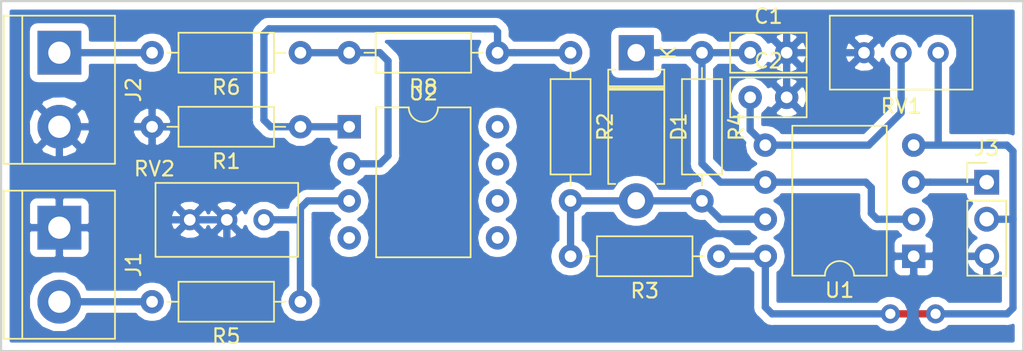
<source format=kicad_pcb>
(kicad_pcb (version 20171130) (host pcbnew "(5.0.0-3-g5ebb6b6)")

  (general
    (thickness 1.6)
    (drawings 4)
    (tracks 83)
    (zones 0)
    (modules 17)
    (nets 12)
  )

  (page A4)
  (layers
    (0 F.Cu signal)
    (31 B.Cu signal)
    (32 B.Adhes user)
    (33 F.Adhes user)
    (34 B.Paste user)
    (35 F.Paste user)
    (36 B.SilkS user)
    (37 F.SilkS user)
    (38 B.Mask user)
    (39 F.Mask user)
    (40 Dwgs.User user)
    (41 Cmts.User user)
    (42 Eco1.User user hide)
    (43 Eco2.User user)
    (44 Edge.Cuts user)
    (45 Margin user)
    (46 B.CrtYd user hide)
    (47 F.CrtYd user)
    (48 B.Fab user)
    (49 F.Fab user hide)
  )

  (setup
    (last_trace_width 0.5)
    (trace_clearance 0.2)
    (zone_clearance 0.508)
    (zone_45_only no)
    (trace_min 0.2)
    (segment_width 0.2)
    (edge_width 0.15)
    (via_size 1.3)
    (via_drill 0.7)
    (via_min_size 0.4)
    (via_min_drill 0.3)
    (uvia_size 0.3)
    (uvia_drill 0.1)
    (uvias_allowed no)
    (uvia_min_size 0.2)
    (uvia_min_drill 0.1)
    (pcb_text_width 0.3)
    (pcb_text_size 1.5 1.5)
    (mod_edge_width 0.15)
    (mod_text_size 1 1)
    (mod_text_width 0.15)
    (pad_size 1.524 1.524)
    (pad_drill 0.762)
    (pad_to_mask_clearance 0.2)
    (aux_axis_origin 0 0)
    (visible_elements FFFFFF7F)
    (pcbplotparams
      (layerselection 0x010fc_ffffffff)
      (usegerberextensions false)
      (usegerberattributes false)
      (usegerberadvancedattributes false)
      (creategerberjobfile false)
      (excludeedgelayer true)
      (linewidth 0.100000)
      (plotframeref false)
      (viasonmask false)
      (mode 1)
      (useauxorigin false)
      (hpglpennumber 1)
      (hpglpenspeed 20)
      (hpglpendiameter 15.000000)
      (psnegative false)
      (psa4output false)
      (plotreference true)
      (plotvalue true)
      (plotinvisibletext false)
      (padsonsilk false)
      (subtractmaskfromsilk false)
      (outputformat 1)
      (mirror false)
      (drillshape 1)
      (scaleselection 1)
      (outputdirectory ""))
  )

  (net 0 "")
  (net 1 "Net-(C1-Pad1)")
  (net 2 GND)
  (net 3 "Net-(C2-Pad1)")
  (net 4 "Net-(D1-Pad2)")
  (net 5 PWM)
  (net 6 +5V)
  (net 7 ANALOG)
  (net 8 +12V)
  (net 9 "Net-(R1-Pad1)")
  (net 10 "Net-(R5-Pad1)")
  (net 11 "Net-(R6-Pad1)")

  (net_class Default "This is the default net class."
    (clearance 0.2)
    (trace_width 0.5)
    (via_dia 1.3)
    (via_drill 0.7)
    (uvia_dia 0.3)
    (uvia_drill 0.1)
    (add_net +12V)
    (add_net +5V)
    (add_net ANALOG)
    (add_net GND)
    (add_net "Net-(C1-Pad1)")
    (add_net "Net-(C2-Pad1)")
    (add_net "Net-(D1-Pad2)")
    (add_net "Net-(R1-Pad1)")
    (add_net "Net-(R5-Pad1)")
    (add_net "Net-(R6-Pad1)")
    (add_net PWM)
  )

  (module Capacitor_THT:C_Disc_D5.0mm_W2.5mm_P2.50mm (layer F.Cu) (tedit 5AE50EF0) (tstamp 5E5C59C3)
    (at 84.8 29.54)
    (descr "C, Disc series, Radial, pin pitch=2.50mm, , diameter*width=5*2.5mm^2, Capacitor, http://cdn-reichelt.de/documents/datenblatt/B300/DS_KERKO_TC.pdf")
    (tags "C Disc series Radial pin pitch 2.50mm  diameter 5mm width 2.5mm Capacitor")
    (path /5E4D524F)
    (fp_text reference C1 (at 1.25 -2.5) (layer F.SilkS)
      (effects (font (size 1 1) (thickness 0.15)))
    )
    (fp_text value 220nF (at 1.25 2.5) (layer F.Fab)
      (effects (font (size 1 1) (thickness 0.15)))
    )
    (fp_line (start -1.25 -1.25) (end -1.25 1.25) (layer F.Fab) (width 0.1))
    (fp_line (start -1.25 1.25) (end 3.75 1.25) (layer F.Fab) (width 0.1))
    (fp_line (start 3.75 1.25) (end 3.75 -1.25) (layer F.Fab) (width 0.1))
    (fp_line (start 3.75 -1.25) (end -1.25 -1.25) (layer F.Fab) (width 0.1))
    (fp_line (start -1.37 -1.37) (end 3.87 -1.37) (layer F.SilkS) (width 0.12))
    (fp_line (start -1.37 1.37) (end 3.87 1.37) (layer F.SilkS) (width 0.12))
    (fp_line (start -1.37 -1.37) (end -1.37 1.37) (layer F.SilkS) (width 0.12))
    (fp_line (start 3.87 -1.37) (end 3.87 1.37) (layer F.SilkS) (width 0.12))
    (fp_line (start -1.5 -1.5) (end -1.5 1.5) (layer F.CrtYd) (width 0.05))
    (fp_line (start -1.5 1.5) (end 4 1.5) (layer F.CrtYd) (width 0.05))
    (fp_line (start 4 1.5) (end 4 -1.5) (layer F.CrtYd) (width 0.05))
    (fp_line (start 4 -1.5) (end -1.5 -1.5) (layer F.CrtYd) (width 0.05))
    (fp_text user %R (at 1.25 0) (layer F.Fab)
      (effects (font (size 1 1) (thickness 0.15)))
    )
    (pad 1 thru_hole circle (at 0 0) (size 1.6 1.6) (drill 0.8) (layers *.Cu *.Mask)
      (net 1 "Net-(C1-Pad1)"))
    (pad 2 thru_hole circle (at 2.5 0) (size 1.6 1.6) (drill 0.8) (layers *.Cu *.Mask)
      (net 2 GND))
    (model ${KISYS3DMOD}/Capacitor_THT.3dshapes/C_Disc_D5.0mm_W2.5mm_P2.50mm.wrl
      (at (xyz 0 0 0))
      (scale (xyz 1 1 1))
      (rotate (xyz 0 0 0))
    )
  )

  (module Capacitor_THT:C_Disc_D5.0mm_W2.5mm_P2.50mm (layer F.Cu) (tedit 5AE50EF0) (tstamp 5E5C5466)
    (at 84.8 32.6)
    (descr "C, Disc series, Radial, pin pitch=2.50mm, , diameter*width=5*2.5mm^2, Capacitor, http://cdn-reichelt.de/documents/datenblatt/B300/DS_KERKO_TC.pdf")
    (tags "C Disc series Radial pin pitch 2.50mm  diameter 5mm width 2.5mm Capacitor")
    (path /5E4D80DA)
    (fp_text reference C2 (at 1.25 -2.5) (layer F.SilkS)
      (effects (font (size 1 1) (thickness 0.15)))
    )
    (fp_text value 100nF (at 1.25 2.5) (layer F.Fab)
      (effects (font (size 1 1) (thickness 0.15)))
    )
    (fp_text user %R (at 1.25 0) (layer F.Fab)
      (effects (font (size 1 1) (thickness 0.15)))
    )
    (fp_line (start 4 -1.5) (end -1.5 -1.5) (layer F.CrtYd) (width 0.05))
    (fp_line (start 4 1.5) (end 4 -1.5) (layer F.CrtYd) (width 0.05))
    (fp_line (start -1.5 1.5) (end 4 1.5) (layer F.CrtYd) (width 0.05))
    (fp_line (start -1.5 -1.5) (end -1.5 1.5) (layer F.CrtYd) (width 0.05))
    (fp_line (start 3.87 -1.37) (end 3.87 1.37) (layer F.SilkS) (width 0.12))
    (fp_line (start -1.37 -1.37) (end -1.37 1.37) (layer F.SilkS) (width 0.12))
    (fp_line (start -1.37 1.37) (end 3.87 1.37) (layer F.SilkS) (width 0.12))
    (fp_line (start -1.37 -1.37) (end 3.87 -1.37) (layer F.SilkS) (width 0.12))
    (fp_line (start 3.75 -1.25) (end -1.25 -1.25) (layer F.Fab) (width 0.1))
    (fp_line (start 3.75 1.25) (end 3.75 -1.25) (layer F.Fab) (width 0.1))
    (fp_line (start -1.25 1.25) (end 3.75 1.25) (layer F.Fab) (width 0.1))
    (fp_line (start -1.25 -1.25) (end -1.25 1.25) (layer F.Fab) (width 0.1))
    (pad 2 thru_hole circle (at 2.5 0) (size 1.6 1.6) (drill 0.8) (layers *.Cu *.Mask)
      (net 2 GND))
    (pad 1 thru_hole circle (at 0 0) (size 1.6 1.6) (drill 0.8) (layers *.Cu *.Mask)
      (net 3 "Net-(C2-Pad1)"))
    (model ${KISYS3DMOD}/Capacitor_THT.3dshapes/C_Disc_D5.0mm_W2.5mm_P2.50mm.wrl
      (at (xyz 0 0 0))
      (scale (xyz 1 1 1))
      (rotate (xyz 0 0 0))
    )
  )

  (module Diode_THT:D_DO-15_P10.16mm_Horizontal (layer F.Cu) (tedit 5AE50CD5) (tstamp 5E5C4E25)
    (at 77 29.54 270)
    (descr "Diode, DO-15 series, Axial, Horizontal, pin pitch=10.16mm, , length*diameter=7.6*3.6mm^2, , http://www.diodes.com/_files/packages/DO-15.pdf")
    (tags "Diode DO-15 series Axial Horizontal pin pitch 10.16mm  length 7.6mm diameter 3.6mm")
    (path /5E4D3B45)
    (fp_text reference D1 (at 5.08 -2.92 270) (layer F.SilkS)
      (effects (font (size 1 1) (thickness 0.15)))
    )
    (fp_text value D_ALT (at 5.08 2.92 270) (layer F.Fab)
      (effects (font (size 1 1) (thickness 0.15)))
    )
    (fp_line (start 1.28 -1.8) (end 1.28 1.8) (layer F.Fab) (width 0.1))
    (fp_line (start 1.28 1.8) (end 8.88 1.8) (layer F.Fab) (width 0.1))
    (fp_line (start 8.88 1.8) (end 8.88 -1.8) (layer F.Fab) (width 0.1))
    (fp_line (start 8.88 -1.8) (end 1.28 -1.8) (layer F.Fab) (width 0.1))
    (fp_line (start 0 0) (end 1.28 0) (layer F.Fab) (width 0.1))
    (fp_line (start 10.16 0) (end 8.88 0) (layer F.Fab) (width 0.1))
    (fp_line (start 2.42 -1.8) (end 2.42 1.8) (layer F.Fab) (width 0.1))
    (fp_line (start 2.52 -1.8) (end 2.52 1.8) (layer F.Fab) (width 0.1))
    (fp_line (start 2.32 -1.8) (end 2.32 1.8) (layer F.Fab) (width 0.1))
    (fp_line (start 1.16 -1.44) (end 1.16 -1.92) (layer F.SilkS) (width 0.12))
    (fp_line (start 1.16 -1.92) (end 9 -1.92) (layer F.SilkS) (width 0.12))
    (fp_line (start 9 -1.92) (end 9 -1.44) (layer F.SilkS) (width 0.12))
    (fp_line (start 1.16 1.44) (end 1.16 1.92) (layer F.SilkS) (width 0.12))
    (fp_line (start 1.16 1.92) (end 9 1.92) (layer F.SilkS) (width 0.12))
    (fp_line (start 9 1.92) (end 9 1.44) (layer F.SilkS) (width 0.12))
    (fp_line (start 2.42 -1.92) (end 2.42 1.92) (layer F.SilkS) (width 0.12))
    (fp_line (start 2.54 -1.92) (end 2.54 1.92) (layer F.SilkS) (width 0.12))
    (fp_line (start 2.3 -1.92) (end 2.3 1.92) (layer F.SilkS) (width 0.12))
    (fp_line (start -1.45 -2.05) (end -1.45 2.05) (layer F.CrtYd) (width 0.05))
    (fp_line (start -1.45 2.05) (end 11.61 2.05) (layer F.CrtYd) (width 0.05))
    (fp_line (start 11.61 2.05) (end 11.61 -2.05) (layer F.CrtYd) (width 0.05))
    (fp_line (start 11.61 -2.05) (end -1.45 -2.05) (layer F.CrtYd) (width 0.05))
    (fp_text user %R (at 5.65 0 270) (layer F.Fab)
      (effects (font (size 1 1) (thickness 0.15)))
    )
    (fp_text user K (at 0 -2.2 270) (layer F.Fab)
      (effects (font (size 1 1) (thickness 0.15)))
    )
    (fp_text user K (at 0 -2.2 270) (layer F.SilkS)
      (effects (font (size 1 1) (thickness 0.15)))
    )
    (pad 1 thru_hole rect (at 0 0 270) (size 2.4 2.4) (drill 1.2) (layers *.Cu *.Mask)
      (net 1 "Net-(C1-Pad1)"))
    (pad 2 thru_hole oval (at 10.16 0 270) (size 2.4 2.4) (drill 1.2) (layers *.Cu *.Mask)
      (net 4 "Net-(D1-Pad2)"))
    (model ${KISYS3DMOD}/Diode_THT.3dshapes/D_DO-15_P10.16mm_Horizontal.wrl
      (at (xyz 0 0 0))
      (scale (xyz 1 1 1))
      (rotate (xyz 0 0 0))
    )
  )

  (module TerminalBlock:TerminalBlock_bornier-2_P5.08mm (layer F.Cu) (tedit 5BDEC87A) (tstamp 5E5C2C2C)
    (at 37.5 44 270)
    (descr "simple 2-pin terminal block, pitch 5.08mm, revamped version of bornier2")
    (tags "terminal block bornier2")
    (path /5E5EBA29)
    (fp_text reference J1 (at 0.08 -5.07 270) (layer F.SilkS)
      (effects (font (size 1 1) (thickness 0.15)))
    )
    (fp_text value Conn_01x02_Female (at 0.08 5.09 270) (layer F.Fab)
      (effects (font (size 1 1) (thickness 0.15)))
    )
    (fp_text user %R (at 0.08 0.01 270) (layer F.Fab)
      (effects (font (size 1 1) (thickness 0.15)))
    )
    (fp_line (start -4.87 2.56) (end 5.03 2.56) (layer F.Fab) (width 0.1))
    (fp_line (start -4.92 -3.74) (end -4.92 3.76) (layer F.Fab) (width 0.1))
    (fp_line (start -4.92 3.76) (end 5.08 3.76) (layer F.Fab) (width 0.1))
    (fp_line (start 5.08 3.76) (end 5.08 -3.74) (layer F.Fab) (width 0.1))
    (fp_line (start 5.08 -3.74) (end -4.92 -3.74) (layer F.Fab) (width 0.1))
    (fp_line (start 5.16 2.55) (end -5 2.55) (layer F.SilkS) (width 0.12))
    (fp_line (start 5.16 3.82) (end 5.16 -3.8) (layer F.SilkS) (width 0.12))
    (fp_line (start 5.16 -3.8) (end -5 -3.8) (layer F.SilkS) (width 0.12))
    (fp_line (start -5 -3.8) (end -5 3.82) (layer F.SilkS) (width 0.12))
    (fp_line (start -5 3.82) (end 5.16 3.82) (layer F.SilkS) (width 0.12))
    (fp_line (start -5.17 -3.99) (end 5.33 -3.99) (layer F.CrtYd) (width 0.05))
    (fp_line (start -5.17 -3.99) (end -5.17 4.01) (layer F.CrtYd) (width 0.05))
    (fp_line (start 5.33 4.01) (end 5.33 -3.99) (layer F.CrtYd) (width 0.05))
    (fp_line (start 5.33 4.01) (end -5.17 4.01) (layer F.CrtYd) (width 0.05))
    (pad 1 thru_hole rect (at -2.46 0.01 270) (size 3 3) (drill 1.52) (layers *.Cu *.Mask)
      (net 2 GND))
    (pad 2 thru_hole circle (at 2.62 0.01 270) (size 3 3) (drill 1.52) (layers *.Cu *.Mask)
      (net 8 +12V))
    (model ${KISYS3DMOD}/TerminalBlock.3dshapes/TerminalBlock_bornier-2_P5.08mm.wrl
      (offset (xyz 2.539999961853027 0 0))
      (scale (xyz 1 1 1))
      (rotate (xyz 0 0 0))
    )
  )

  (module TerminalBlock:TerminalBlock_bornier-2_P5.08mm (layer F.Cu) (tedit 5BDEC87A) (tstamp 5E5C2C41)
    (at 37.5 32 270)
    (descr "simple 2-pin terminal block, pitch 5.08mm, revamped version of bornier2")
    (tags "terminal block bornier2")
    (path /5E5EBB0E)
    (fp_text reference J2 (at 0.08 -5.07 270) (layer F.SilkS)
      (effects (font (size 1 1) (thickness 0.15)))
    )
    (fp_text value Conn_01x02_Female (at 0.08 5.09 270) (layer F.Fab)
      (effects (font (size 1 1) (thickness 0.15)))
    )
    (fp_line (start 5.33 4.01) (end -5.17 4.01) (layer F.CrtYd) (width 0.05))
    (fp_line (start 5.33 4.01) (end 5.33 -3.99) (layer F.CrtYd) (width 0.05))
    (fp_line (start -5.17 -3.99) (end -5.17 4.01) (layer F.CrtYd) (width 0.05))
    (fp_line (start -5.17 -3.99) (end 5.33 -3.99) (layer F.CrtYd) (width 0.05))
    (fp_line (start -5 3.82) (end 5.16 3.82) (layer F.SilkS) (width 0.12))
    (fp_line (start -5 -3.8) (end -5 3.82) (layer F.SilkS) (width 0.12))
    (fp_line (start 5.16 -3.8) (end -5 -3.8) (layer F.SilkS) (width 0.12))
    (fp_line (start 5.16 3.82) (end 5.16 -3.8) (layer F.SilkS) (width 0.12))
    (fp_line (start 5.16 2.55) (end -5 2.55) (layer F.SilkS) (width 0.12))
    (fp_line (start 5.08 -3.74) (end -4.92 -3.74) (layer F.Fab) (width 0.1))
    (fp_line (start 5.08 3.76) (end 5.08 -3.74) (layer F.Fab) (width 0.1))
    (fp_line (start -4.92 3.76) (end 5.08 3.76) (layer F.Fab) (width 0.1))
    (fp_line (start -4.92 -3.74) (end -4.92 3.76) (layer F.Fab) (width 0.1))
    (fp_line (start -4.87 2.56) (end 5.03 2.56) (layer F.Fab) (width 0.1))
    (fp_text user %R (at 0.08 0.01 270) (layer F.Fab)
      (effects (font (size 1 1) (thickness 0.15)))
    )
    (pad 2 thru_hole circle (at 2.62 0.01 270) (size 3 3) (drill 1.52) (layers *.Cu *.Mask)
      (net 2 GND))
    (pad 1 thru_hole rect (at -2.46 0.01 270) (size 3 3) (drill 1.52) (layers *.Cu *.Mask)
      (net 7 ANALOG))
    (model ${KISYS3DMOD}/TerminalBlock.3dshapes/TerminalBlock_bornier-2_P5.08mm.wrl
      (offset (xyz 2.539999961853027 0 0))
      (scale (xyz 1 1 1))
      (rotate (xyz 0 0 0))
    )
  )

  (module Connector_PinHeader_2.54mm:PinHeader_1x03_P2.54mm_Vertical (layer F.Cu) (tedit 59FED5CC) (tstamp 5E5C55AA)
    (at 101 38.42)
    (descr "Through hole straight pin header, 1x03, 2.54mm pitch, single row")
    (tags "Through hole pin header THT 1x03 2.54mm single row")
    (path /5E5C26E8)
    (fp_text reference J3 (at 0 -2.33) (layer F.SilkS)
      (effects (font (size 1 1) (thickness 0.15)))
    )
    (fp_text value Conn_01x03_Female (at 0 7.41) (layer F.Fab)
      (effects (font (size 1 1) (thickness 0.15)))
    )
    (fp_line (start -0.635 -1.27) (end 1.27 -1.27) (layer F.Fab) (width 0.1))
    (fp_line (start 1.27 -1.27) (end 1.27 6.35) (layer F.Fab) (width 0.1))
    (fp_line (start 1.27 6.35) (end -1.27 6.35) (layer F.Fab) (width 0.1))
    (fp_line (start -1.27 6.35) (end -1.27 -0.635) (layer F.Fab) (width 0.1))
    (fp_line (start -1.27 -0.635) (end -0.635 -1.27) (layer F.Fab) (width 0.1))
    (fp_line (start -1.33 6.41) (end 1.33 6.41) (layer F.SilkS) (width 0.12))
    (fp_line (start -1.33 1.27) (end -1.33 6.41) (layer F.SilkS) (width 0.12))
    (fp_line (start 1.33 1.27) (end 1.33 6.41) (layer F.SilkS) (width 0.12))
    (fp_line (start -1.33 1.27) (end 1.33 1.27) (layer F.SilkS) (width 0.12))
    (fp_line (start -1.33 0) (end -1.33 -1.33) (layer F.SilkS) (width 0.12))
    (fp_line (start -1.33 -1.33) (end 0 -1.33) (layer F.SilkS) (width 0.12))
    (fp_line (start -1.8 -1.8) (end -1.8 6.85) (layer F.CrtYd) (width 0.05))
    (fp_line (start -1.8 6.85) (end 1.8 6.85) (layer F.CrtYd) (width 0.05))
    (fp_line (start 1.8 6.85) (end 1.8 -1.8) (layer F.CrtYd) (width 0.05))
    (fp_line (start 1.8 -1.8) (end -1.8 -1.8) (layer F.CrtYd) (width 0.05))
    (fp_text user %R (at 0 2.54 90) (layer F.Fab)
      (effects (font (size 1 1) (thickness 0.15)))
    )
    (pad 1 thru_hole rect (at 0 0) (size 1.7 1.7) (drill 1) (layers *.Cu *.Mask)
      (net 5 PWM))
    (pad 2 thru_hole oval (at 0 2.54) (size 1.7 1.7) (drill 1) (layers *.Cu *.Mask)
      (net 6 +5V))
    (pad 3 thru_hole oval (at 0 5.08) (size 1.7 1.7) (drill 1) (layers *.Cu *.Mask)
      (net 2 GND))
    (model ${KISYS3DMOD}/Connector_PinHeader_2.54mm.3dshapes/PinHeader_1x03_P2.54mm_Vertical.wrl
      (at (xyz 0 0 0))
      (scale (xyz 1 1 1))
      (rotate (xyz 0 0 0))
    )
  )

  (module Potentiometer_THT:Potentiometer_Bourns_3296W_Vertical (layer F.Cu) (tedit 5A3D4994) (tstamp 5E5C5B28)
    (at 92.6 29.54 180)
    (descr "Potentiometer, vertical, Bourns 3296W, https://www.bourns.com/pdfs/3296.pdf")
    (tags "Potentiometer vertical Bourns 3296W")
    (path /5E4D5EF4)
    (fp_text reference RV1 (at -2.54 -3.66 180) (layer F.SilkS)
      (effects (font (size 1 1) (thickness 0.15)))
    )
    (fp_text value 470R (at -2.54 3.67 180) (layer F.Fab)
      (effects (font (size 1 1) (thickness 0.15)))
    )
    (fp_circle (center 0.955 1.15) (end 2.05 1.15) (layer F.Fab) (width 0.1))
    (fp_line (start -7.305 -2.41) (end -7.305 2.42) (layer F.Fab) (width 0.1))
    (fp_line (start -7.305 2.42) (end 2.225 2.42) (layer F.Fab) (width 0.1))
    (fp_line (start 2.225 2.42) (end 2.225 -2.41) (layer F.Fab) (width 0.1))
    (fp_line (start 2.225 -2.41) (end -7.305 -2.41) (layer F.Fab) (width 0.1))
    (fp_line (start 0.955 2.235) (end 0.956 0.066) (layer F.Fab) (width 0.1))
    (fp_line (start 0.955 2.235) (end 0.956 0.066) (layer F.Fab) (width 0.1))
    (fp_line (start -7.425 -2.53) (end 2.345 -2.53) (layer F.SilkS) (width 0.12))
    (fp_line (start -7.425 2.54) (end 2.345 2.54) (layer F.SilkS) (width 0.12))
    (fp_line (start -7.425 -2.53) (end -7.425 2.54) (layer F.SilkS) (width 0.12))
    (fp_line (start 2.345 -2.53) (end 2.345 2.54) (layer F.SilkS) (width 0.12))
    (fp_line (start -7.6 -2.7) (end -7.6 2.7) (layer F.CrtYd) (width 0.05))
    (fp_line (start -7.6 2.7) (end 2.5 2.7) (layer F.CrtYd) (width 0.05))
    (fp_line (start 2.5 2.7) (end 2.5 -2.7) (layer F.CrtYd) (width 0.05))
    (fp_line (start 2.5 -2.7) (end -7.6 -2.7) (layer F.CrtYd) (width 0.05))
    (fp_text user %R (at -3.175 0.005 180) (layer F.Fab)
      (effects (font (size 1 1) (thickness 0.15)))
    )
    (pad 1 thru_hole circle (at 0 0 180) (size 1.44 1.44) (drill 0.8) (layers *.Cu *.Mask)
      (net 2 GND))
    (pad 2 thru_hole circle (at -2.54 0 180) (size 1.44 1.44) (drill 0.8) (layers *.Cu *.Mask)
      (net 3 "Net-(C2-Pad1)"))
    (pad 3 thru_hole circle (at -5.08 0 180) (size 1.44 1.44) (drill 0.8) (layers *.Cu *.Mask)
      (net 6 +5V))
    (model ${KISYS3DMOD}/Potentiometer_THT.3dshapes/Potentiometer_Bourns_3296W_Vertical.wrl
      (at (xyz 0 0 0))
      (scale (xyz 1 1 1))
      (rotate (xyz 0 0 0))
    )
  )

  (module Potentiometer_THT:Potentiometer_Bourns_3296W_Vertical (layer F.Cu) (tedit 5A3D4994) (tstamp 5E5C3FDE)
    (at 51.5 41)
    (descr "Potentiometer, vertical, Bourns 3296W, https://www.bourns.com/pdfs/3296.pdf")
    (tags "Potentiometer vertical Bourns 3296W")
    (path /5E62DB3F)
    (fp_text reference RV2 (at -7.5 -3.5) (layer F.SilkS)
      (effects (font (size 1 1) (thickness 0.15)))
    )
    (fp_text value R_POT (at -2.54 3.67) (layer F.Fab)
      (effects (font (size 1 1) (thickness 0.15)))
    )
    (fp_text user %R (at -3.175 0.005) (layer F.Fab)
      (effects (font (size 1 1) (thickness 0.15)))
    )
    (fp_line (start 2.5 -2.7) (end -7.6 -2.7) (layer F.CrtYd) (width 0.05))
    (fp_line (start 2.5 2.7) (end 2.5 -2.7) (layer F.CrtYd) (width 0.05))
    (fp_line (start -7.6 2.7) (end 2.5 2.7) (layer F.CrtYd) (width 0.05))
    (fp_line (start -7.6 -2.7) (end -7.6 2.7) (layer F.CrtYd) (width 0.05))
    (fp_line (start 2.345 -2.53) (end 2.345 2.54) (layer F.SilkS) (width 0.12))
    (fp_line (start -7.425 -2.53) (end -7.425 2.54) (layer F.SilkS) (width 0.12))
    (fp_line (start -7.425 2.54) (end 2.345 2.54) (layer F.SilkS) (width 0.12))
    (fp_line (start -7.425 -2.53) (end 2.345 -2.53) (layer F.SilkS) (width 0.12))
    (fp_line (start 0.955 2.235) (end 0.956 0.066) (layer F.Fab) (width 0.1))
    (fp_line (start 0.955 2.235) (end 0.956 0.066) (layer F.Fab) (width 0.1))
    (fp_line (start 2.225 -2.41) (end -7.305 -2.41) (layer F.Fab) (width 0.1))
    (fp_line (start 2.225 2.42) (end 2.225 -2.41) (layer F.Fab) (width 0.1))
    (fp_line (start -7.305 2.42) (end 2.225 2.42) (layer F.Fab) (width 0.1))
    (fp_line (start -7.305 -2.41) (end -7.305 2.42) (layer F.Fab) (width 0.1))
    (fp_circle (center 0.955 1.15) (end 2.05 1.15) (layer F.Fab) (width 0.1))
    (pad 3 thru_hole circle (at -5.08 0) (size 1.44 1.44) (drill 0.8) (layers *.Cu *.Mask)
      (net 2 GND))
    (pad 2 thru_hole circle (at -2.54 0) (size 1.44 1.44) (drill 0.8) (layers *.Cu *.Mask)
      (net 2 GND))
    (pad 1 thru_hole circle (at 0 0) (size 1.44 1.44) (drill 0.8) (layers *.Cu *.Mask)
      (net 10 "Net-(R5-Pad1)"))
    (model ${KISYS3DMOD}/Potentiometer_THT.3dshapes/Potentiometer_Bourns_3296W_Vertical.wrl
      (at (xyz 0 0 0))
      (scale (xyz 1 1 1))
      (rotate (xyz 0 0 0))
    )
  )

  (module Package_DIP:DIP-8_W10.16mm (layer F.Cu) (tedit 5A02E8C5) (tstamp 5E5C4D8F)
    (at 96 43.5 180)
    (descr "8-lead though-hole mounted DIP package, row spacing 10.16 mm (400 mils)")
    (tags "THT DIP DIL PDIP 2.54mm 10.16mm 400mil")
    (path /5E4D3260)
    (fp_text reference U1 (at 5.08 -2.33 180) (layer F.SilkS)
      (effects (font (size 1 1) (thickness 0.15)))
    )
    (fp_text value TLC555 (at 5.08 9.95 180) (layer F.Fab)
      (effects (font (size 1 1) (thickness 0.15)))
    )
    (fp_arc (start 5.08 -1.33) (end 4.08 -1.33) (angle -180) (layer F.SilkS) (width 0.12))
    (fp_line (start 2.905 -1.27) (end 8.255 -1.27) (layer F.Fab) (width 0.1))
    (fp_line (start 8.255 -1.27) (end 8.255 8.89) (layer F.Fab) (width 0.1))
    (fp_line (start 8.255 8.89) (end 1.905 8.89) (layer F.Fab) (width 0.1))
    (fp_line (start 1.905 8.89) (end 1.905 -0.27) (layer F.Fab) (width 0.1))
    (fp_line (start 1.905 -0.27) (end 2.905 -1.27) (layer F.Fab) (width 0.1))
    (fp_line (start 4.08 -1.33) (end 1.845 -1.33) (layer F.SilkS) (width 0.12))
    (fp_line (start 1.845 -1.33) (end 1.845 8.95) (layer F.SilkS) (width 0.12))
    (fp_line (start 1.845 8.95) (end 8.315 8.95) (layer F.SilkS) (width 0.12))
    (fp_line (start 8.315 8.95) (end 8.315 -1.33) (layer F.SilkS) (width 0.12))
    (fp_line (start 8.315 -1.33) (end 6.08 -1.33) (layer F.SilkS) (width 0.12))
    (fp_line (start -1.05 -1.55) (end -1.05 9.15) (layer F.CrtYd) (width 0.05))
    (fp_line (start -1.05 9.15) (end 11.25 9.15) (layer F.CrtYd) (width 0.05))
    (fp_line (start 11.25 9.15) (end 11.25 -1.55) (layer F.CrtYd) (width 0.05))
    (fp_line (start 11.25 -1.55) (end -1.05 -1.55) (layer F.CrtYd) (width 0.05))
    (fp_text user %R (at 5.08 3.81 180) (layer F.Fab)
      (effects (font (size 1 1) (thickness 0.15)))
    )
    (pad 1 thru_hole rect (at 0 0 180) (size 1.6 1.6) (drill 0.8) (layers *.Cu *.Mask)
      (net 2 GND))
    (pad 5 thru_hole oval (at 10.16 7.62 180) (size 1.6 1.6) (drill 0.8) (layers *.Cu *.Mask)
      (net 3 "Net-(C2-Pad1)"))
    (pad 2 thru_hole oval (at 0 2.54 180) (size 1.6 1.6) (drill 0.8) (layers *.Cu *.Mask)
      (net 1 "Net-(C1-Pad1)"))
    (pad 6 thru_hole oval (at 10.16 5.08 180) (size 1.6 1.6) (drill 0.8) (layers *.Cu *.Mask)
      (net 1 "Net-(C1-Pad1)"))
    (pad 3 thru_hole oval (at 0 5.08 180) (size 1.6 1.6) (drill 0.8) (layers *.Cu *.Mask)
      (net 5 PWM))
    (pad 7 thru_hole oval (at 10.16 2.54 180) (size 1.6 1.6) (drill 0.8) (layers *.Cu *.Mask)
      (net 4 "Net-(D1-Pad2)"))
    (pad 4 thru_hole oval (at 0 7.62 180) (size 1.6 1.6) (drill 0.8) (layers *.Cu *.Mask)
      (net 6 +5V))
    (pad 8 thru_hole oval (at 10.16 0 180) (size 1.6 1.6) (drill 0.8) (layers *.Cu *.Mask)
      (net 6 +5V))
    (model ${KISYS3DMOD}/Package_DIP.3dshapes/DIP-8_W10.16mm.wrl
      (at (xyz 0 0 0))
      (scale (xyz 1 1 1))
      (rotate (xyz 0 0 0))
    )
  )

  (module Package_DIP:DIP-8_W10.16mm (layer F.Cu) (tedit 5A02E8C5) (tstamp 5E5C49D9)
    (at 57.34 34.62)
    (descr "8-lead though-hole mounted DIP package, row spacing 10.16 mm (400 mils)")
    (tags "THT DIP DIL PDIP 2.54mm 10.16mm 400mil")
    (path /5E6256AB)
    (fp_text reference U2 (at 5.08 -2.33) (layer F.SilkS)
      (effects (font (size 1 1) (thickness 0.15)))
    )
    (fp_text value LM358 (at 5.08 9.95) (layer F.Fab)
      (effects (font (size 1 1) (thickness 0.15)))
    )
    (fp_text user %R (at 5.08 3.81) (layer F.Fab)
      (effects (font (size 1 1) (thickness 0.15)))
    )
    (fp_line (start 11.25 -1.55) (end -1.05 -1.55) (layer F.CrtYd) (width 0.05))
    (fp_line (start 11.25 9.15) (end 11.25 -1.55) (layer F.CrtYd) (width 0.05))
    (fp_line (start -1.05 9.15) (end 11.25 9.15) (layer F.CrtYd) (width 0.05))
    (fp_line (start -1.05 -1.55) (end -1.05 9.15) (layer F.CrtYd) (width 0.05))
    (fp_line (start 8.315 -1.33) (end 6.08 -1.33) (layer F.SilkS) (width 0.12))
    (fp_line (start 8.315 8.95) (end 8.315 -1.33) (layer F.SilkS) (width 0.12))
    (fp_line (start 1.845 8.95) (end 8.315 8.95) (layer F.SilkS) (width 0.12))
    (fp_line (start 1.845 -1.33) (end 1.845 8.95) (layer F.SilkS) (width 0.12))
    (fp_line (start 4.08 -1.33) (end 1.845 -1.33) (layer F.SilkS) (width 0.12))
    (fp_line (start 1.905 -0.27) (end 2.905 -1.27) (layer F.Fab) (width 0.1))
    (fp_line (start 1.905 8.89) (end 1.905 -0.27) (layer F.Fab) (width 0.1))
    (fp_line (start 8.255 8.89) (end 1.905 8.89) (layer F.Fab) (width 0.1))
    (fp_line (start 8.255 -1.27) (end 8.255 8.89) (layer F.Fab) (width 0.1))
    (fp_line (start 2.905 -1.27) (end 8.255 -1.27) (layer F.Fab) (width 0.1))
    (fp_arc (start 5.08 -1.33) (end 4.08 -1.33) (angle -180) (layer F.SilkS) (width 0.12))
    (pad 8 thru_hole oval (at 10.16 0) (size 1.6 1.6) (drill 0.8) (layers *.Cu *.Mask))
    (pad 4 thru_hole oval (at 0 7.62) (size 1.6 1.6) (drill 0.8) (layers *.Cu *.Mask))
    (pad 7 thru_hole oval (at 10.16 2.54) (size 1.6 1.6) (drill 0.8) (layers *.Cu *.Mask))
    (pad 3 thru_hole oval (at 0 5.08) (size 1.6 1.6) (drill 0.8) (layers *.Cu *.Mask)
      (net 10 "Net-(R5-Pad1)"))
    (pad 6 thru_hole oval (at 10.16 5.08) (size 1.6 1.6) (drill 0.8) (layers *.Cu *.Mask))
    (pad 2 thru_hole oval (at 0 2.54) (size 1.6 1.6) (drill 0.8) (layers *.Cu *.Mask)
      (net 11 "Net-(R6-Pad1)"))
    (pad 5 thru_hole oval (at 10.16 7.62) (size 1.6 1.6) (drill 0.8) (layers *.Cu *.Mask))
    (pad 1 thru_hole rect (at 0 0) (size 1.6 1.6) (drill 0.8) (layers *.Cu *.Mask)
      (net 9 "Net-(R1-Pad1)"))
    (model ${KISYS3DMOD}/Package_DIP.3dshapes/DIP-8_W10.16mm.wrl
      (at (xyz 0 0 0))
      (scale (xyz 1 1 1))
      (rotate (xyz 0 0 0))
    )
  )

  (module Resistor_THT:R_Axial_DIN0207_L6.3mm_D2.5mm_P10.16mm_Horizontal (layer F.Cu) (tedit 5AE5139B) (tstamp 5E5C3531)
    (at 54 34.62 180)
    (descr "Resistor, Axial_DIN0207 series, Axial, Horizontal, pin pitch=10.16mm, 0.25W = 1/4W, length*diameter=6.3*2.5mm^2, http://cdn-reichelt.de/documents/datenblatt/B400/1_4W%23YAG.pdf")
    (tags "Resistor Axial_DIN0207 series Axial Horizontal pin pitch 10.16mm 0.25W = 1/4W length 6.3mm diameter 2.5mm")
    (path /5E4D3117)
    (fp_text reference R1 (at 5.08 -2.37 180) (layer F.SilkS)
      (effects (font (size 1 1) (thickness 0.15)))
    )
    (fp_text value 47K (at 5.08 2.37 180) (layer F.Fab)
      (effects (font (size 1 1) (thickness 0.15)))
    )
    (fp_text user %R (at 5.08 0 180) (layer F.Fab)
      (effects (font (size 1 1) (thickness 0.15)))
    )
    (fp_line (start 11.21 -1.5) (end -1.05 -1.5) (layer F.CrtYd) (width 0.05))
    (fp_line (start 11.21 1.5) (end 11.21 -1.5) (layer F.CrtYd) (width 0.05))
    (fp_line (start -1.05 1.5) (end 11.21 1.5) (layer F.CrtYd) (width 0.05))
    (fp_line (start -1.05 -1.5) (end -1.05 1.5) (layer F.CrtYd) (width 0.05))
    (fp_line (start 9.12 0) (end 8.35 0) (layer F.SilkS) (width 0.12))
    (fp_line (start 1.04 0) (end 1.81 0) (layer F.SilkS) (width 0.12))
    (fp_line (start 8.35 -1.37) (end 1.81 -1.37) (layer F.SilkS) (width 0.12))
    (fp_line (start 8.35 1.37) (end 8.35 -1.37) (layer F.SilkS) (width 0.12))
    (fp_line (start 1.81 1.37) (end 8.35 1.37) (layer F.SilkS) (width 0.12))
    (fp_line (start 1.81 -1.37) (end 1.81 1.37) (layer F.SilkS) (width 0.12))
    (fp_line (start 10.16 0) (end 8.23 0) (layer F.Fab) (width 0.1))
    (fp_line (start 0 0) (end 1.93 0) (layer F.Fab) (width 0.1))
    (fp_line (start 8.23 -1.25) (end 1.93 -1.25) (layer F.Fab) (width 0.1))
    (fp_line (start 8.23 1.25) (end 8.23 -1.25) (layer F.Fab) (width 0.1))
    (fp_line (start 1.93 1.25) (end 8.23 1.25) (layer F.Fab) (width 0.1))
    (fp_line (start 1.93 -1.25) (end 1.93 1.25) (layer F.Fab) (width 0.1))
    (pad 2 thru_hole oval (at 10.16 0 180) (size 1.6 1.6) (drill 0.8) (layers *.Cu *.Mask)
      (net 2 GND))
    (pad 1 thru_hole circle (at 0 0 180) (size 1.6 1.6) (drill 0.8) (layers *.Cu *.Mask)
      (net 9 "Net-(R1-Pad1)"))
    (model ${KISYS3DMOD}/Resistor_THT.3dshapes/R_Axial_DIN0207_L6.3mm_D2.5mm_P10.16mm_Horizontal.wrl
      (at (xyz 0 0 0))
      (scale (xyz 1 1 1))
      (rotate (xyz 0 0 0))
    )
  )

  (module Resistor_THT:R_Axial_DIN0207_L6.3mm_D2.5mm_P10.16mm_Horizontal (layer F.Cu) (tedit 5AE5139B) (tstamp 5E5C4EE6)
    (at 72.5 29.54 270)
    (descr "Resistor, Axial_DIN0207 series, Axial, Horizontal, pin pitch=10.16mm, 0.25W = 1/4W, length*diameter=6.3*2.5mm^2, http://cdn-reichelt.de/documents/datenblatt/B400/1_4W%23YAG.pdf")
    (tags "Resistor Axial_DIN0207 series Axial Horizontal pin pitch 10.16mm 0.25W = 1/4W length 6.3mm diameter 2.5mm")
    (path /5E4D3084)
    (fp_text reference R2 (at 5.08 -2.37 270) (layer F.SilkS)
      (effects (font (size 1 1) (thickness 0.15)))
    )
    (fp_text value 100K (at 5.08 2.37 270) (layer F.Fab)
      (effects (font (size 1 1) (thickness 0.15)))
    )
    (fp_line (start 1.93 -1.25) (end 1.93 1.25) (layer F.Fab) (width 0.1))
    (fp_line (start 1.93 1.25) (end 8.23 1.25) (layer F.Fab) (width 0.1))
    (fp_line (start 8.23 1.25) (end 8.23 -1.25) (layer F.Fab) (width 0.1))
    (fp_line (start 8.23 -1.25) (end 1.93 -1.25) (layer F.Fab) (width 0.1))
    (fp_line (start 0 0) (end 1.93 0) (layer F.Fab) (width 0.1))
    (fp_line (start 10.16 0) (end 8.23 0) (layer F.Fab) (width 0.1))
    (fp_line (start 1.81 -1.37) (end 1.81 1.37) (layer F.SilkS) (width 0.12))
    (fp_line (start 1.81 1.37) (end 8.35 1.37) (layer F.SilkS) (width 0.12))
    (fp_line (start 8.35 1.37) (end 8.35 -1.37) (layer F.SilkS) (width 0.12))
    (fp_line (start 8.35 -1.37) (end 1.81 -1.37) (layer F.SilkS) (width 0.12))
    (fp_line (start 1.04 0) (end 1.81 0) (layer F.SilkS) (width 0.12))
    (fp_line (start 9.12 0) (end 8.35 0) (layer F.SilkS) (width 0.12))
    (fp_line (start -1.05 -1.5) (end -1.05 1.5) (layer F.CrtYd) (width 0.05))
    (fp_line (start -1.05 1.5) (end 11.21 1.5) (layer F.CrtYd) (width 0.05))
    (fp_line (start 11.21 1.5) (end 11.21 -1.5) (layer F.CrtYd) (width 0.05))
    (fp_line (start 11.21 -1.5) (end -1.05 -1.5) (layer F.CrtYd) (width 0.05))
    (fp_text user %R (at 5.08 0 270) (layer F.Fab)
      (effects (font (size 1 1) (thickness 0.15)))
    )
    (pad 1 thru_hole circle (at 0 0 270) (size 1.6 1.6) (drill 0.8) (layers *.Cu *.Mask)
      (net 9 "Net-(R1-Pad1)"))
    (pad 2 thru_hole oval (at 10.16 0 270) (size 1.6 1.6) (drill 0.8) (layers *.Cu *.Mask)
      (net 4 "Net-(D1-Pad2)"))
    (model ${KISYS3DMOD}/Resistor_THT.3dshapes/R_Axial_DIN0207_L6.3mm_D2.5mm_P10.16mm_Horizontal.wrl
      (at (xyz 0 0 0))
      (scale (xyz 1 1 1))
      (rotate (xyz 0 0 0))
    )
  )

  (module Resistor_THT:R_Axial_DIN0207_L6.3mm_D2.5mm_P10.16mm_Horizontal (layer F.Cu) (tedit 5AE5139B) (tstamp 5E5C4CC4)
    (at 82.66 43.5 180)
    (descr "Resistor, Axial_DIN0207 series, Axial, Horizontal, pin pitch=10.16mm, 0.25W = 1/4W, length*diameter=6.3*2.5mm^2, http://cdn-reichelt.de/documents/datenblatt/B400/1_4W%23YAG.pdf")
    (tags "Resistor Axial_DIN0207 series Axial Horizontal pin pitch 10.16mm 0.25W = 1/4W length 6.3mm diameter 2.5mm")
    (path /5E4D2F5B)
    (fp_text reference R3 (at 5.08 -2.37 180) (layer F.SilkS)
      (effects (font (size 1 1) (thickness 0.15)))
    )
    (fp_text value 33R (at 5.08 2.37 180) (layer F.Fab)
      (effects (font (size 1 1) (thickness 0.15)))
    )
    (fp_line (start 1.93 -1.25) (end 1.93 1.25) (layer F.Fab) (width 0.1))
    (fp_line (start 1.93 1.25) (end 8.23 1.25) (layer F.Fab) (width 0.1))
    (fp_line (start 8.23 1.25) (end 8.23 -1.25) (layer F.Fab) (width 0.1))
    (fp_line (start 8.23 -1.25) (end 1.93 -1.25) (layer F.Fab) (width 0.1))
    (fp_line (start 0 0) (end 1.93 0) (layer F.Fab) (width 0.1))
    (fp_line (start 10.16 0) (end 8.23 0) (layer F.Fab) (width 0.1))
    (fp_line (start 1.81 -1.37) (end 1.81 1.37) (layer F.SilkS) (width 0.12))
    (fp_line (start 1.81 1.37) (end 8.35 1.37) (layer F.SilkS) (width 0.12))
    (fp_line (start 8.35 1.37) (end 8.35 -1.37) (layer F.SilkS) (width 0.12))
    (fp_line (start 8.35 -1.37) (end 1.81 -1.37) (layer F.SilkS) (width 0.12))
    (fp_line (start 1.04 0) (end 1.81 0) (layer F.SilkS) (width 0.12))
    (fp_line (start 9.12 0) (end 8.35 0) (layer F.SilkS) (width 0.12))
    (fp_line (start -1.05 -1.5) (end -1.05 1.5) (layer F.CrtYd) (width 0.05))
    (fp_line (start -1.05 1.5) (end 11.21 1.5) (layer F.CrtYd) (width 0.05))
    (fp_line (start 11.21 1.5) (end 11.21 -1.5) (layer F.CrtYd) (width 0.05))
    (fp_line (start 11.21 -1.5) (end -1.05 -1.5) (layer F.CrtYd) (width 0.05))
    (fp_text user %R (at 5.08 0 180) (layer F.Fab)
      (effects (font (size 1 1) (thickness 0.15)))
    )
    (pad 1 thru_hole circle (at 0 0 180) (size 1.6 1.6) (drill 0.8) (layers *.Cu *.Mask)
      (net 6 +5V))
    (pad 2 thru_hole oval (at 10.16 0 180) (size 1.6 1.6) (drill 0.8) (layers *.Cu *.Mask)
      (net 4 "Net-(D1-Pad2)"))
    (model ${KISYS3DMOD}/Resistor_THT.3dshapes/R_Axial_DIN0207_L6.3mm_D2.5mm_P10.16mm_Horizontal.wrl
      (at (xyz 0 0 0))
      (scale (xyz 1 1 1))
      (rotate (xyz 0 0 0))
    )
  )

  (module Resistor_THT:R_Axial_DIN0207_L6.3mm_D2.5mm_P10.16mm_Horizontal (layer F.Cu) (tedit 5AE5139B) (tstamp 5E5C4E77)
    (at 81.5 29.54 270)
    (descr "Resistor, Axial_DIN0207 series, Axial, Horizontal, pin pitch=10.16mm, 0.25W = 1/4W, length*diameter=6.3*2.5mm^2, http://cdn-reichelt.de/documents/datenblatt/B400/1_4W%23YAG.pdf")
    (tags "Resistor Axial_DIN0207 series Axial Horizontal pin pitch 10.16mm 0.25W = 1/4W length 6.3mm diameter 2.5mm")
    (path /5E4D3011)
    (fp_text reference R4 (at 5.08 -2.37 270) (layer F.SilkS)
      (effects (font (size 1 1) (thickness 0.15)))
    )
    (fp_text value 100K (at 5.08 2.37 270) (layer F.Fab)
      (effects (font (size 1 1) (thickness 0.15)))
    )
    (fp_text user %R (at 5.08 0 270) (layer F.Fab)
      (effects (font (size 1 1) (thickness 0.15)))
    )
    (fp_line (start 11.21 -1.5) (end -1.05 -1.5) (layer F.CrtYd) (width 0.05))
    (fp_line (start 11.21 1.5) (end 11.21 -1.5) (layer F.CrtYd) (width 0.05))
    (fp_line (start -1.05 1.5) (end 11.21 1.5) (layer F.CrtYd) (width 0.05))
    (fp_line (start -1.05 -1.5) (end -1.05 1.5) (layer F.CrtYd) (width 0.05))
    (fp_line (start 9.12 0) (end 8.35 0) (layer F.SilkS) (width 0.12))
    (fp_line (start 1.04 0) (end 1.81 0) (layer F.SilkS) (width 0.12))
    (fp_line (start 8.35 -1.37) (end 1.81 -1.37) (layer F.SilkS) (width 0.12))
    (fp_line (start 8.35 1.37) (end 8.35 -1.37) (layer F.SilkS) (width 0.12))
    (fp_line (start 1.81 1.37) (end 8.35 1.37) (layer F.SilkS) (width 0.12))
    (fp_line (start 1.81 -1.37) (end 1.81 1.37) (layer F.SilkS) (width 0.12))
    (fp_line (start 10.16 0) (end 8.23 0) (layer F.Fab) (width 0.1))
    (fp_line (start 0 0) (end 1.93 0) (layer F.Fab) (width 0.1))
    (fp_line (start 8.23 -1.25) (end 1.93 -1.25) (layer F.Fab) (width 0.1))
    (fp_line (start 8.23 1.25) (end 8.23 -1.25) (layer F.Fab) (width 0.1))
    (fp_line (start 1.93 1.25) (end 8.23 1.25) (layer F.Fab) (width 0.1))
    (fp_line (start 1.93 -1.25) (end 1.93 1.25) (layer F.Fab) (width 0.1))
    (pad 2 thru_hole oval (at 10.16 0 270) (size 1.6 1.6) (drill 0.8) (layers *.Cu *.Mask)
      (net 4 "Net-(D1-Pad2)"))
    (pad 1 thru_hole circle (at 0 0 270) (size 1.6 1.6) (drill 0.8) (layers *.Cu *.Mask)
      (net 1 "Net-(C1-Pad1)"))
    (model ${KISYS3DMOD}/Resistor_THT.3dshapes/R_Axial_DIN0207_L6.3mm_D2.5mm_P10.16mm_Horizontal.wrl
      (at (xyz 0 0 0))
      (scale (xyz 1 1 1))
      (rotate (xyz 0 0 0))
    )
  )

  (module Resistor_THT:R_Axial_DIN0207_L6.3mm_D2.5mm_P10.16mm_Horizontal (layer F.Cu) (tedit 5AE5139B) (tstamp 5E5C358D)
    (at 54 46.62 180)
    (descr "Resistor, Axial_DIN0207 series, Axial, Horizontal, pin pitch=10.16mm, 0.25W = 1/4W, length*diameter=6.3*2.5mm^2, http://cdn-reichelt.de/documents/datenblatt/B400/1_4W%23YAG.pdf")
    (tags "Resistor Axial_DIN0207 series Axial Horizontal pin pitch 10.16mm 0.25W = 1/4W length 6.3mm diameter 2.5mm")
    (path /5E5C7B77)
    (fp_text reference R5 (at 5.08 -2.37 180) (layer F.SilkS)
      (effects (font (size 1 1) (thickness 0.15)))
    )
    (fp_text value R (at 5.08 2.37 180) (layer F.Fab)
      (effects (font (size 1 1) (thickness 0.15)))
    )
    (fp_text user %R (at 5.08 0 180) (layer F.Fab)
      (effects (font (size 1 1) (thickness 0.15)))
    )
    (fp_line (start 11.21 -1.5) (end -1.05 -1.5) (layer F.CrtYd) (width 0.05))
    (fp_line (start 11.21 1.5) (end 11.21 -1.5) (layer F.CrtYd) (width 0.05))
    (fp_line (start -1.05 1.5) (end 11.21 1.5) (layer F.CrtYd) (width 0.05))
    (fp_line (start -1.05 -1.5) (end -1.05 1.5) (layer F.CrtYd) (width 0.05))
    (fp_line (start 9.12 0) (end 8.35 0) (layer F.SilkS) (width 0.12))
    (fp_line (start 1.04 0) (end 1.81 0) (layer F.SilkS) (width 0.12))
    (fp_line (start 8.35 -1.37) (end 1.81 -1.37) (layer F.SilkS) (width 0.12))
    (fp_line (start 8.35 1.37) (end 8.35 -1.37) (layer F.SilkS) (width 0.12))
    (fp_line (start 1.81 1.37) (end 8.35 1.37) (layer F.SilkS) (width 0.12))
    (fp_line (start 1.81 -1.37) (end 1.81 1.37) (layer F.SilkS) (width 0.12))
    (fp_line (start 10.16 0) (end 8.23 0) (layer F.Fab) (width 0.1))
    (fp_line (start 0 0) (end 1.93 0) (layer F.Fab) (width 0.1))
    (fp_line (start 8.23 -1.25) (end 1.93 -1.25) (layer F.Fab) (width 0.1))
    (fp_line (start 8.23 1.25) (end 8.23 -1.25) (layer F.Fab) (width 0.1))
    (fp_line (start 1.93 1.25) (end 8.23 1.25) (layer F.Fab) (width 0.1))
    (fp_line (start 1.93 -1.25) (end 1.93 1.25) (layer F.Fab) (width 0.1))
    (pad 2 thru_hole oval (at 10.16 0 180) (size 1.6 1.6) (drill 0.8) (layers *.Cu *.Mask)
      (net 8 +12V))
    (pad 1 thru_hole circle (at 0 0 180) (size 1.6 1.6) (drill 0.8) (layers *.Cu *.Mask)
      (net 10 "Net-(R5-Pad1)"))
    (model ${KISYS3DMOD}/Resistor_THT.3dshapes/R_Axial_DIN0207_L6.3mm_D2.5mm_P10.16mm_Horizontal.wrl
      (at (xyz 0 0 0))
      (scale (xyz 1 1 1))
      (rotate (xyz 0 0 0))
    )
  )

  (module Resistor_THT:R_Axial_DIN0207_L6.3mm_D2.5mm_P10.16mm_Horizontal (layer F.Cu) (tedit 5AE5139B) (tstamp 5E5C3EBC)
    (at 54 29.54 180)
    (descr "Resistor, Axial_DIN0207 series, Axial, Horizontal, pin pitch=10.16mm, 0.25W = 1/4W, length*diameter=6.3*2.5mm^2, http://cdn-reichelt.de/documents/datenblatt/B400/1_4W%23YAG.pdf")
    (tags "Resistor Axial_DIN0207 series Axial Horizontal pin pitch 10.16mm 0.25W = 1/4W length 6.3mm diameter 2.5mm")
    (path /5E5C6179)
    (fp_text reference R6 (at 5.08 -2.37 180) (layer F.SilkS)
      (effects (font (size 1 1) (thickness 0.15)))
    )
    (fp_text value R (at 5.08 2.37 180) (layer F.Fab)
      (effects (font (size 1 1) (thickness 0.15)))
    )
    (fp_line (start 1.93 -1.25) (end 1.93 1.25) (layer F.Fab) (width 0.1))
    (fp_line (start 1.93 1.25) (end 8.23 1.25) (layer F.Fab) (width 0.1))
    (fp_line (start 8.23 1.25) (end 8.23 -1.25) (layer F.Fab) (width 0.1))
    (fp_line (start 8.23 -1.25) (end 1.93 -1.25) (layer F.Fab) (width 0.1))
    (fp_line (start 0 0) (end 1.93 0) (layer F.Fab) (width 0.1))
    (fp_line (start 10.16 0) (end 8.23 0) (layer F.Fab) (width 0.1))
    (fp_line (start 1.81 -1.37) (end 1.81 1.37) (layer F.SilkS) (width 0.12))
    (fp_line (start 1.81 1.37) (end 8.35 1.37) (layer F.SilkS) (width 0.12))
    (fp_line (start 8.35 1.37) (end 8.35 -1.37) (layer F.SilkS) (width 0.12))
    (fp_line (start 8.35 -1.37) (end 1.81 -1.37) (layer F.SilkS) (width 0.12))
    (fp_line (start 1.04 0) (end 1.81 0) (layer F.SilkS) (width 0.12))
    (fp_line (start 9.12 0) (end 8.35 0) (layer F.SilkS) (width 0.12))
    (fp_line (start -1.05 -1.5) (end -1.05 1.5) (layer F.CrtYd) (width 0.05))
    (fp_line (start -1.05 1.5) (end 11.21 1.5) (layer F.CrtYd) (width 0.05))
    (fp_line (start 11.21 1.5) (end 11.21 -1.5) (layer F.CrtYd) (width 0.05))
    (fp_line (start 11.21 -1.5) (end -1.05 -1.5) (layer F.CrtYd) (width 0.05))
    (fp_text user %R (at 5.08 0 180) (layer F.Fab)
      (effects (font (size 1 1) (thickness 0.15)))
    )
    (pad 1 thru_hole circle (at 0 0 180) (size 1.6 1.6) (drill 0.8) (layers *.Cu *.Mask)
      (net 11 "Net-(R6-Pad1)"))
    (pad 2 thru_hole oval (at 10.16 0 180) (size 1.6 1.6) (drill 0.8) (layers *.Cu *.Mask)
      (net 7 ANALOG))
    (model ${KISYS3DMOD}/Resistor_THT.3dshapes/R_Axial_DIN0207_L6.3mm_D2.5mm_P10.16mm_Horizontal.wrl
      (at (xyz 0 0 0))
      (scale (xyz 1 1 1))
      (rotate (xyz 0 0 0))
    )
  )

  (module Resistor_THT:R_Axial_DIN0207_L6.3mm_D2.5mm_P10.16mm_Horizontal (layer F.Cu) (tedit 5AE5139B) (tstamp 5E5C35BB)
    (at 67.5 29.54 180)
    (descr "Resistor, Axial_DIN0207 series, Axial, Horizontal, pin pitch=10.16mm, 0.25W = 1/4W, length*diameter=6.3*2.5mm^2, http://cdn-reichelt.de/documents/datenblatt/B400/1_4W%23YAG.pdf")
    (tags "Resistor Axial_DIN0207 series Axial Horizontal pin pitch 10.16mm 0.25W = 1/4W length 6.3mm diameter 2.5mm")
    (path /5E5D5AE3)
    (fp_text reference R8 (at 5.08 -2.37 180) (layer F.SilkS)
      (effects (font (size 1 1) (thickness 0.15)))
    )
    (fp_text value R (at 5.08 2.37 180) (layer F.Fab)
      (effects (font (size 1 1) (thickness 0.15)))
    )
    (fp_line (start 1.93 -1.25) (end 1.93 1.25) (layer F.Fab) (width 0.1))
    (fp_line (start 1.93 1.25) (end 8.23 1.25) (layer F.Fab) (width 0.1))
    (fp_line (start 8.23 1.25) (end 8.23 -1.25) (layer F.Fab) (width 0.1))
    (fp_line (start 8.23 -1.25) (end 1.93 -1.25) (layer F.Fab) (width 0.1))
    (fp_line (start 0 0) (end 1.93 0) (layer F.Fab) (width 0.1))
    (fp_line (start 10.16 0) (end 8.23 0) (layer F.Fab) (width 0.1))
    (fp_line (start 1.81 -1.37) (end 1.81 1.37) (layer F.SilkS) (width 0.12))
    (fp_line (start 1.81 1.37) (end 8.35 1.37) (layer F.SilkS) (width 0.12))
    (fp_line (start 8.35 1.37) (end 8.35 -1.37) (layer F.SilkS) (width 0.12))
    (fp_line (start 8.35 -1.37) (end 1.81 -1.37) (layer F.SilkS) (width 0.12))
    (fp_line (start 1.04 0) (end 1.81 0) (layer F.SilkS) (width 0.12))
    (fp_line (start 9.12 0) (end 8.35 0) (layer F.SilkS) (width 0.12))
    (fp_line (start -1.05 -1.5) (end -1.05 1.5) (layer F.CrtYd) (width 0.05))
    (fp_line (start -1.05 1.5) (end 11.21 1.5) (layer F.CrtYd) (width 0.05))
    (fp_line (start 11.21 1.5) (end 11.21 -1.5) (layer F.CrtYd) (width 0.05))
    (fp_line (start 11.21 -1.5) (end -1.05 -1.5) (layer F.CrtYd) (width 0.05))
    (fp_text user %R (at 5.08 0 180) (layer F.Fab)
      (effects (font (size 1 1) (thickness 0.15)))
    )
    (pad 1 thru_hole circle (at 0 0 180) (size 1.6 1.6) (drill 0.8) (layers *.Cu *.Mask)
      (net 9 "Net-(R1-Pad1)"))
    (pad 2 thru_hole oval (at 10.16 0 180) (size 1.6 1.6) (drill 0.8) (layers *.Cu *.Mask)
      (net 11 "Net-(R6-Pad1)"))
    (model ${KISYS3DMOD}/Resistor_THT.3dshapes/R_Axial_DIN0207_L6.3mm_D2.5mm_P10.16mm_Horizontal.wrl
      (at (xyz 0 0 0))
      (scale (xyz 1 1 1))
      (rotate (xyz 0 0 0))
    )
  )

  (gr_line (start 33.5 26) (end 103.5 26) (layer Edge.Cuts) (width 0.15))
  (gr_line (start 33.5 50) (end 33.5 26) (layer Edge.Cuts) (width 0.15))
  (gr_line (start 103.5 50) (end 33.5 50) (layer Edge.Cuts) (width 0.15) (tstamp 5E5C5B59))
  (gr_line (start 103.5 26) (end 103.5 50) (layer Edge.Cuts) (width 0.15))

  (segment (start 77 29.54) (end 81.5 29.54) (width 0.5) (layer B.Cu) (net 1))
  (segment (start 81.5 29.54) (end 84.8 29.54) (width 0.5) (layer B.Cu) (net 1))
  (segment (start 81.5 37.15) (end 81.5 29.54) (width 0.5) (layer B.Cu) (net 1))
  (segment (start 82.77 38.42) (end 81.5 37.15) (width 0.5) (layer B.Cu) (net 1))
  (segment (start 85.84 38.42) (end 82.77 38.42) (width 0.5) (layer B.Cu) (net 1))
  (segment (start 93.1 40.56) (end 93.5 40.96) (width 0.5) (layer B.Cu) (net 1))
  (segment (start 93.1 38.8) (end 93.1 40.56) (width 0.5) (layer B.Cu) (net 1))
  (segment (start 93.5 40.96) (end 96 40.96) (width 0.5) (layer B.Cu) (net 1))
  (segment (start 92.72 38.42) (end 93.1 38.8) (width 0.5) (layer B.Cu) (net 1))
  (segment (start 85.84 38.42) (end 92.72 38.42) (width 0.5) (layer B.Cu) (net 1))
  (segment (start 37.49 34.62) (end 43.84 34.62) (width 0.5) (layer B.Cu) (net 2))
  (segment (start 37.49 41.54) (end 37.49 34.62) (width 0.5) (layer B.Cu) (net 2))
  (segment (start 46.42 41) (end 48.96 41) (width 0.5) (layer B.Cu) (net 2))
  (segment (start 43.84 40.44) (end 43.84 34.62) (width 0.5) (layer B.Cu) (net 2))
  (segment (start 44.4 41) (end 43.84 40.44) (width 0.5) (layer B.Cu) (net 2))
  (segment (start 46.42 41) (end 44.4 41) (width 0.5) (layer B.Cu) (net 2))
  (segment (start 87.3 32.6) (end 87.3 29.54) (width 0.5) (layer B.Cu) (net 2))
  (segment (start 87.3 29.54) (end 92.6 29.54) (width 0.5) (layer B.Cu) (net 2))
  (segment (start 96 43.5) (end 101 43.5) (width 0.5) (layer B.Cu) (net 2))
  (segment (start 96 48.5) (end 96 43.5) (width 0.5) (layer B.Cu) (net 2))
  (segment (start 95.5 49) (end 96 48.5) (width 0.5) (layer B.Cu) (net 2))
  (segment (start 48.96 48.51) (end 49.45 49) (width 0.5) (layer B.Cu) (net 2))
  (segment (start 49.45 49) (end 95.5 49) (width 0.5) (layer B.Cu) (net 2))
  (segment (start 48.96 41) (end 48.96 48.51) (width 0.5) (layer B.Cu) (net 2))
  (segment (start 87.3 27.3) (end 87.3 29.54) (width 0.5) (layer B.Cu) (net 2))
  (segment (start 86.9 26.9) (end 87.3 27.3) (width 0.5) (layer B.Cu) (net 2))
  (segment (start 46.3 26.9) (end 86.9 26.9) (width 0.5) (layer B.Cu) (net 2))
  (segment (start 46 27.2) (end 46.3 26.9) (width 0.5) (layer B.Cu) (net 2))
  (segment (start 46 34.2) (end 46 27.2) (width 0.5) (layer B.Cu) (net 2))
  (segment (start 45.58 34.62) (end 46 34.2) (width 0.5) (layer B.Cu) (net 2))
  (segment (start 43.84 34.62) (end 45.58 34.62) (width 0.5) (layer B.Cu) (net 2))
  (segment (start 84.8 34.84) (end 85.84 35.88) (width 0.5) (layer B.Cu) (net 3))
  (segment (start 84.8 32.6) (end 84.8 34.84) (width 0.5) (layer B.Cu) (net 3))
  (segment (start 95.14 33.66) (end 95.14 29.54) (width 0.5) (layer B.Cu) (net 3))
  (segment (start 92.92 35.88) (end 95.14 33.66) (width 0.5) (layer B.Cu) (net 3))
  (segment (start 85.84 35.88) (end 92.92 35.88) (width 0.5) (layer B.Cu) (net 3))
  (segment (start 72.5 39.7) (end 77 39.7) (width 0.5) (layer B.Cu) (net 4))
  (segment (start 77 39.7) (end 81.5 39.7) (width 0.5) (layer B.Cu) (net 4))
  (segment (start 82.76 40.96) (end 81.5 39.7) (width 0.5) (layer B.Cu) (net 4))
  (segment (start 85.84 40.96) (end 82.76 40.96) (width 0.5) (layer B.Cu) (net 4))
  (segment (start 72.5 43.5) (end 72.5 39.7) (width 0.5) (layer B.Cu) (net 4))
  (segment (start 97.13137 38.42) (end 101 38.42) (width 0.5) (layer B.Cu) (net 5))
  (segment (start 96 38.42) (end 97.13137 38.42) (width 0.5) (layer B.Cu) (net 5))
  (segment (start 82.66 43.5) (end 85.84 43.5) (width 0.5) (layer B.Cu) (net 6))
  (segment (start 102.8 40.96) (end 101 40.96) (width 0.5) (layer B.Cu) (net 6))
  (segment (start 102.8 40.96) (end 102.8 47.05) (width 0.5) (layer B.Cu) (net 6))
  (via (at 97.5 47.45) (size 1.3) (drill 0.7) (layers F.Cu B.Cu) (net 6))
  (segment (start 102.4 47.45) (end 97.5 47.45) (width 0.5) (layer B.Cu) (net 6))
  (segment (start 102.8 47.05) (end 102.4 47.45) (width 0.5) (layer B.Cu) (net 6))
  (via (at 94.4 47.45) (size 1.3) (drill 0.7) (layers F.Cu B.Cu) (net 6))
  (segment (start 97.5 47.45) (end 94.4 47.45) (width 0.5) (layer F.Cu) (net 6))
  (segment (start 85.84 46.99) (end 85.84 43.5) (width 0.5) (layer B.Cu) (net 6))
  (segment (start 86.3 47.45) (end 85.84 46.99) (width 0.5) (layer B.Cu) (net 6))
  (segment (start 94.4 47.45) (end 86.3 47.45) (width 0.5) (layer B.Cu) (net 6))
  (segment (start 97.68 29.54) (end 97.68 35.86) (width 0.5) (layer B.Cu) (net 6))
  (segment (start 97.68 35.86) (end 97.7 35.88) (width 0.5) (layer B.Cu) (net 6))
  (segment (start 96 35.88) (end 97.7 35.88) (width 0.5) (layer B.Cu) (net 6))
  (segment (start 102.38 35.88) (end 102.8 36.3) (width 0.5) (layer B.Cu) (net 6))
  (segment (start 102.8 36.3) (end 102.8 40.96) (width 0.5) (layer B.Cu) (net 6))
  (segment (start 97.7 35.88) (end 102.38 35.88) (width 0.5) (layer B.Cu) (net 6))
  (segment (start 37.49 29.54) (end 43.84 29.54) (width 0.5) (layer B.Cu) (net 7))
  (segment (start 37.49 46.62) (end 43.84 46.62) (width 0.5) (layer B.Cu) (net 8))
  (segment (start 54 34.62) (end 57.34 34.62) (width 0.5) (layer B.Cu) (net 9))
  (segment (start 68.63137 29.54) (end 72.5 29.54) (width 0.5) (layer B.Cu) (net 9))
  (segment (start 67.5 29.54) (end 68.63137 29.54) (width 0.5) (layer B.Cu) (net 9))
  (segment (start 67.3 27.9) (end 67.5 28.1) (width 0.5) (layer B.Cu) (net 9))
  (segment (start 51.85 27.9) (end 67.3 27.9) (width 0.5) (layer B.Cu) (net 9))
  (segment (start 51.5 28.25) (end 51.85 27.9) (width 0.5) (layer B.Cu) (net 9))
  (segment (start 51.97 34.62) (end 51.5 34.15) (width 0.5) (layer B.Cu) (net 9))
  (segment (start 51.5 34.15) (end 51.5 28.25) (width 0.5) (layer B.Cu) (net 9))
  (segment (start 67.5 28.1) (end 67.5 29.54) (width 0.5) (layer B.Cu) (net 9))
  (segment (start 54 34.62) (end 51.97 34.62) (width 0.5) (layer B.Cu) (net 9))
  (segment (start 51.5 41) (end 54 41) (width 0.5) (layer B.Cu) (net 10))
  (segment (start 54 46.62) (end 54 41) (width 0.5) (layer B.Cu) (net 10))
  (segment (start 54.5 39.7) (end 57.34 39.7) (width 0.5) (layer B.Cu) (net 10))
  (segment (start 54 40.2) (end 54.5 39.7) (width 0.5) (layer B.Cu) (net 10))
  (segment (start 54 41) (end 54 40.2) (width 0.5) (layer B.Cu) (net 10))
  (segment (start 54 29.54) (end 57.34 29.54) (width 0.5) (layer B.Cu) (net 11))
  (segment (start 59.44 29.54) (end 57.34 29.54) (width 0.5) (layer B.Cu) (net 11))
  (segment (start 60 30.1) (end 59.44 29.54) (width 0.5) (layer B.Cu) (net 11))
  (segment (start 60 36.6) (end 60 30.1) (width 0.5) (layer B.Cu) (net 11))
  (segment (start 59.44 37.16) (end 60 36.6) (width 0.5) (layer B.Cu) (net 11))
  (segment (start 57.34 37.16) (end 59.44 37.16) (width 0.5) (layer B.Cu) (net 11))

  (zone (net 2) (net_name GND) (layer B.Cu) (tstamp 0) (hatch edge 0.508)
    (connect_pads (clearance 0.508))
    (min_thickness 0.254)
    (fill yes (arc_segments 16) (thermal_gap 0.508) (thermal_bridge_width 0.508))
    (polygon
      (pts
        (xy 33.6 26.1) (xy 103.4 26.1) (xy 103.4 49.9) (xy 33.6 49.9)
      )
    )
    (filled_polygon
      (pts
        (xy 102.79 35.089573) (xy 102.72531 35.046348) (xy 102.467165 34.995) (xy 102.467161 34.995) (xy 102.38 34.977663)
        (xy 102.292839 34.995) (xy 98.565 34.995) (xy 98.565 30.57126) (xy 98.828714 30.307546) (xy 99.035 29.809526)
        (xy 99.035 29.270474) (xy 98.828714 28.772454) (xy 98.447546 28.391286) (xy 97.949526 28.185) (xy 97.410474 28.185)
        (xy 96.912454 28.391286) (xy 96.531286 28.772454) (xy 96.41 29.065265) (xy 96.288714 28.772454) (xy 95.907546 28.391286)
        (xy 95.409526 28.185) (xy 94.870474 28.185) (xy 94.372454 28.391286) (xy 93.991286 28.772454) (xy 93.876675 29.049151)
        (xy 93.787611 28.834131) (xy 93.549774 28.769831) (xy 92.779605 29.54) (xy 93.549774 30.310169) (xy 93.787611 30.245869)
        (xy 93.869649 30.013886) (xy 93.991286 30.307546) (xy 94.255001 30.571261) (xy 94.255 33.293421) (xy 92.553422 34.995)
        (xy 86.974521 34.995) (xy 86.874577 34.845423) (xy 86.399909 34.52826) (xy 85.981333 34.445) (xy 85.698667 34.445)
        (xy 85.685 34.447719) (xy 85.685 33.744396) (xy 85.821651 33.607745) (xy 86.471861 33.607745) (xy 86.545995 33.853864)
        (xy 87.083223 34.046965) (xy 87.653454 34.019778) (xy 88.054005 33.853864) (xy 88.128139 33.607745) (xy 87.3 32.779605)
        (xy 86.471861 33.607745) (xy 85.821651 33.607745) (xy 86.016534 33.412862) (xy 86.043525 33.347701) (xy 86.046136 33.354005)
        (xy 86.292255 33.428139) (xy 87.120395 32.6) (xy 87.479605 32.6) (xy 88.307745 33.428139) (xy 88.553864 33.354005)
        (xy 88.746965 32.816777) (xy 88.719778 32.246546) (xy 88.553864 31.845995) (xy 88.307745 31.771861) (xy 87.479605 32.6)
        (xy 87.120395 32.6) (xy 86.292255 31.771861) (xy 86.046136 31.845995) (xy 86.04371 31.852746) (xy 86.016534 31.787138)
        (xy 85.821651 31.592255) (xy 86.471861 31.592255) (xy 87.3 32.420395) (xy 88.128139 31.592255) (xy 88.054005 31.346136)
        (xy 87.516777 31.153035) (xy 86.946546 31.180222) (xy 86.545995 31.346136) (xy 86.471861 31.592255) (xy 85.821651 31.592255)
        (xy 85.612862 31.383466) (xy 85.085439 31.165) (xy 84.514561 31.165) (xy 83.987138 31.383466) (xy 83.583466 31.787138)
        (xy 83.365 32.314561) (xy 83.365 32.885439) (xy 83.583466 33.412862) (xy 83.915001 33.744397) (xy 83.915001 34.752835)
        (xy 83.897663 34.84) (xy 83.966348 35.185309) (xy 84.112576 35.404154) (xy 84.112578 35.404156) (xy 84.161952 35.478049)
        (xy 84.235845 35.527423) (xy 84.411983 35.703561) (xy 84.376887 35.88) (xy 84.48826 36.439909) (xy 84.805423 36.914577)
        (xy 85.157758 37.15) (xy 84.805423 37.385423) (xy 84.705479 37.535) (xy 83.136579 37.535) (xy 82.385 36.783422)
        (xy 82.385 30.684396) (xy 82.644396 30.425) (xy 83.655604 30.425) (xy 83.987138 30.756534) (xy 84.514561 30.975)
        (xy 85.085439 30.975) (xy 85.612862 30.756534) (xy 85.821651 30.547745) (xy 86.471861 30.547745) (xy 86.545995 30.793864)
        (xy 87.083223 30.986965) (xy 87.653454 30.959778) (xy 88.054005 30.793864) (xy 88.128139 30.547745) (xy 88.070169 30.489774)
        (xy 91.829831 30.489774) (xy 91.894131 30.727611) (xy 92.402342 30.907333) (xy 92.940644 30.878892) (xy 93.305869 30.727611)
        (xy 93.370169 30.489774) (xy 92.6 29.719605) (xy 91.829831 30.489774) (xy 88.070169 30.489774) (xy 87.3 29.719605)
        (xy 86.471861 30.547745) (xy 85.821651 30.547745) (xy 86.016534 30.352862) (xy 86.043525 30.287701) (xy 86.046136 30.294005)
        (xy 86.292255 30.368139) (xy 87.120395 29.54) (xy 87.479605 29.54) (xy 88.307745 30.368139) (xy 88.553864 30.294005)
        (xy 88.746965 29.756777) (xy 88.727206 29.342342) (xy 91.232667 29.342342) (xy 91.261108 29.880644) (xy 91.412389 30.245869)
        (xy 91.650226 30.310169) (xy 92.420395 29.54) (xy 91.650226 28.769831) (xy 91.412389 28.834131) (xy 91.232667 29.342342)
        (xy 88.727206 29.342342) (xy 88.719778 29.186546) (xy 88.553864 28.785995) (xy 88.307745 28.711861) (xy 87.479605 29.54)
        (xy 87.120395 29.54) (xy 86.292255 28.711861) (xy 86.046136 28.785995) (xy 86.04371 28.792746) (xy 86.016534 28.727138)
        (xy 85.821651 28.532255) (xy 86.471861 28.532255) (xy 87.3 29.360395) (xy 88.070168 28.590226) (xy 91.829831 28.590226)
        (xy 92.6 29.360395) (xy 93.370169 28.590226) (xy 93.305869 28.352389) (xy 92.797658 28.172667) (xy 92.259356 28.201108)
        (xy 91.894131 28.352389) (xy 91.829831 28.590226) (xy 88.070168 28.590226) (xy 88.128139 28.532255) (xy 88.054005 28.286136)
        (xy 87.516777 28.093035) (xy 86.946546 28.120222) (xy 86.545995 28.286136) (xy 86.471861 28.532255) (xy 85.821651 28.532255)
        (xy 85.612862 28.323466) (xy 85.085439 28.105) (xy 84.514561 28.105) (xy 83.987138 28.323466) (xy 83.655604 28.655)
        (xy 82.644396 28.655) (xy 82.312862 28.323466) (xy 81.785439 28.105) (xy 81.214561 28.105) (xy 80.687138 28.323466)
        (xy 80.355604 28.655) (xy 78.84744 28.655) (xy 78.84744 28.34) (xy 78.798157 28.092235) (xy 78.657809 27.882191)
        (xy 78.447765 27.741843) (xy 78.2 27.69256) (xy 75.8 27.69256) (xy 75.552235 27.741843) (xy 75.342191 27.882191)
        (xy 75.201843 28.092235) (xy 75.15256 28.34) (xy 75.15256 30.74) (xy 75.201843 30.987765) (xy 75.342191 31.197809)
        (xy 75.552235 31.338157) (xy 75.8 31.38744) (xy 78.2 31.38744) (xy 78.447765 31.338157) (xy 78.657809 31.197809)
        (xy 78.798157 30.987765) (xy 78.84744 30.74) (xy 78.84744 30.425) (xy 80.355604 30.425) (xy 80.615001 30.684397)
        (xy 80.615 37.062839) (xy 80.597663 37.15) (xy 80.615 37.237161) (xy 80.615 37.237164) (xy 80.666348 37.495309)
        (xy 80.861951 37.788049) (xy 80.935847 37.837425) (xy 81.363422 38.265) (xy 81.358667 38.265) (xy 80.940091 38.34826)
        (xy 80.465423 38.665423) (xy 80.365479 38.815) (xy 78.615596 38.815) (xy 78.322961 38.377039) (xy 77.715981 37.971469)
        (xy 77.180727 37.865) (xy 76.819273 37.865) (xy 76.284019 37.971469) (xy 75.677039 38.377039) (xy 75.384404 38.815)
        (xy 73.634521 38.815) (xy 73.534577 38.665423) (xy 73.059909 38.34826) (xy 72.641333 38.265) (xy 72.358667 38.265)
        (xy 71.940091 38.34826) (xy 71.465423 38.665423) (xy 71.14826 39.140091) (xy 71.036887 39.7) (xy 71.14826 40.259909)
        (xy 71.465423 40.734577) (xy 71.615001 40.834522) (xy 71.615 42.365479) (xy 71.465423 42.465423) (xy 71.14826 42.940091)
        (xy 71.036887 43.5) (xy 71.14826 44.059909) (xy 71.465423 44.534577) (xy 71.940091 44.85174) (xy 72.358667 44.935)
        (xy 72.641333 44.935) (xy 73.059909 44.85174) (xy 73.534577 44.534577) (xy 73.85174 44.059909) (xy 73.963113 43.5)
        (xy 73.85174 42.940091) (xy 73.534577 42.465423) (xy 73.385 42.365479) (xy 73.385 40.834521) (xy 73.534577 40.734577)
        (xy 73.634521 40.585) (xy 75.384404 40.585) (xy 75.677039 41.022961) (xy 76.284019 41.428531) (xy 76.819273 41.535)
        (xy 77.180727 41.535) (xy 77.715981 41.428531) (xy 78.322961 41.022961) (xy 78.615596 40.585) (xy 80.365479 40.585)
        (xy 80.465423 40.734577) (xy 80.940091 41.05174) (xy 81.358667 41.135) (xy 81.641333 41.135) (xy 81.676438 41.128017)
        (xy 82.072577 41.524156) (xy 82.121951 41.598049) (xy 82.195844 41.647423) (xy 82.195845 41.647424) (xy 82.225143 41.667)
        (xy 82.41469 41.793652) (xy 82.672835 41.845) (xy 82.672839 41.845) (xy 82.759999 41.862337) (xy 82.847159 41.845)
        (xy 84.705479 41.845) (xy 84.805423 41.994577) (xy 85.157758 42.23) (xy 84.805423 42.465423) (xy 84.705479 42.615)
        (xy 83.804396 42.615) (xy 83.472862 42.283466) (xy 82.945439 42.065) (xy 82.374561 42.065) (xy 81.847138 42.283466)
        (xy 81.443466 42.687138) (xy 81.225 43.214561) (xy 81.225 43.785439) (xy 81.443466 44.312862) (xy 81.847138 44.716534)
        (xy 82.374561 44.935) (xy 82.945439 44.935) (xy 83.472862 44.716534) (xy 83.804396 44.385) (xy 84.705479 44.385)
        (xy 84.805423 44.534577) (xy 84.955001 44.634522) (xy 84.955 46.902839) (xy 84.937663 46.99) (xy 84.955 47.077161)
        (xy 84.955 47.077164) (xy 85.006348 47.335309) (xy 85.201951 47.628049) (xy 85.275847 47.677425) (xy 85.612575 48.014153)
        (xy 85.661951 48.088049) (xy 85.95469 48.283652) (xy 86.212835 48.335) (xy 86.212839 48.335) (xy 86.299999 48.352337)
        (xy 86.387159 48.335) (xy 93.467735 48.335) (xy 93.672106 48.539371) (xy 94.144398 48.735) (xy 94.655602 48.735)
        (xy 95.127894 48.539371) (xy 95.489371 48.177894) (xy 95.685 47.705602) (xy 95.685 47.194398) (xy 95.489371 46.722106)
        (xy 95.127894 46.360629) (xy 94.655602 46.165) (xy 94.144398 46.165) (xy 93.672106 46.360629) (xy 93.467735 46.565)
        (xy 86.725 46.565) (xy 86.725 44.634521) (xy 86.874577 44.534577) (xy 87.19174 44.059909) (xy 87.246273 43.78575)
        (xy 94.565 43.78575) (xy 94.565 44.42631) (xy 94.661673 44.659699) (xy 94.840302 44.838327) (xy 95.073691 44.935)
        (xy 95.71425 44.935) (xy 95.873 44.77625) (xy 95.873 43.627) (xy 96.127 43.627) (xy 96.127 44.77625)
        (xy 96.28575 44.935) (xy 96.926309 44.935) (xy 97.159698 44.838327) (xy 97.338327 44.659699) (xy 97.435 44.42631)
        (xy 97.435 43.85689) (xy 99.558524 43.85689) (xy 99.728355 44.266924) (xy 100.118642 44.695183) (xy 100.643108 44.941486)
        (xy 100.873 44.820819) (xy 100.873 43.627) (xy 99.679845 43.627) (xy 99.558524 43.85689) (xy 97.435 43.85689)
        (xy 97.435 43.78575) (xy 97.27625 43.627) (xy 96.127 43.627) (xy 95.873 43.627) (xy 94.72375 43.627)
        (xy 94.565 43.78575) (xy 87.246273 43.78575) (xy 87.303113 43.5) (xy 87.19174 42.940091) (xy 86.874577 42.465423)
        (xy 86.522242 42.23) (xy 86.874577 41.994577) (xy 87.19174 41.519909) (xy 87.303113 40.96) (xy 87.19174 40.400091)
        (xy 86.874577 39.925423) (xy 86.522242 39.69) (xy 86.874577 39.454577) (xy 86.974521 39.305) (xy 92.215 39.305)
        (xy 92.215001 40.472835) (xy 92.197663 40.56) (xy 92.266348 40.905309) (xy 92.412576 41.124154) (xy 92.412578 41.124156)
        (xy 92.461952 41.198049) (xy 92.535845 41.247423) (xy 92.812575 41.524153) (xy 92.861951 41.598049) (xy 93.15469 41.793652)
        (xy 93.412835 41.845) (xy 93.412839 41.845) (xy 93.499999 41.862337) (xy 93.587159 41.845) (xy 94.865479 41.845)
        (xy 94.965423 41.994577) (xy 95.071918 42.065735) (xy 94.840302 42.161673) (xy 94.661673 42.340301) (xy 94.565 42.57369)
        (xy 94.565 43.21425) (xy 94.72375 43.373) (xy 95.873 43.373) (xy 95.873 43.353) (xy 96.127 43.353)
        (xy 96.127 43.373) (xy 97.27625 43.373) (xy 97.435 43.21425) (xy 97.435 42.57369) (xy 97.338327 42.340301)
        (xy 97.159698 42.161673) (xy 96.928082 42.065735) (xy 97.034577 41.994577) (xy 97.35174 41.519909) (xy 97.463113 40.96)
        (xy 97.35174 40.400091) (xy 97.034577 39.925423) (xy 96.682242 39.69) (xy 97.034577 39.454577) (xy 97.134521 39.305)
        (xy 99.509522 39.305) (xy 99.551843 39.517765) (xy 99.692191 39.727809) (xy 99.902235 39.868157) (xy 99.947619 39.877184)
        (xy 99.929375 39.889375) (xy 99.601161 40.380582) (xy 99.485908 40.96) (xy 99.601161 41.539418) (xy 99.929375 42.030625)
        (xy 100.248478 42.243843) (xy 100.118642 42.304817) (xy 99.728355 42.733076) (xy 99.558524 43.14311) (xy 99.679845 43.373)
        (xy 100.873 43.373) (xy 100.873 43.353) (xy 101.127 43.353) (xy 101.127 43.373) (xy 101.147 43.373)
        (xy 101.147 43.627) (xy 101.127 43.627) (xy 101.127 44.820819) (xy 101.356892 44.941486) (xy 101.881358 44.695183)
        (xy 101.915001 44.658267) (xy 101.915001 46.565) (xy 98.432265 46.565) (xy 98.227894 46.360629) (xy 97.755602 46.165)
        (xy 97.244398 46.165) (xy 96.772106 46.360629) (xy 96.410629 46.722106) (xy 96.215 47.194398) (xy 96.215 47.705602)
        (xy 96.410629 48.177894) (xy 96.772106 48.539371) (xy 97.244398 48.735) (xy 97.755602 48.735) (xy 98.227894 48.539371)
        (xy 98.432265 48.335) (xy 102.312839 48.335) (xy 102.4 48.352337) (xy 102.487161 48.335) (xy 102.487165 48.335)
        (xy 102.74531 48.283652) (xy 102.790001 48.25379) (xy 102.790001 49.29) (xy 34.21 49.29) (xy 34.21 46.195322)
        (xy 35.355 46.195322) (xy 35.355 47.044678) (xy 35.680034 47.82938) (xy 36.28062 48.429966) (xy 37.065322 48.755)
        (xy 37.914678 48.755) (xy 38.69938 48.429966) (xy 39.299966 47.82938) (xy 39.434329 47.505) (xy 42.705479 47.505)
        (xy 42.805423 47.654577) (xy 43.280091 47.97174) (xy 43.698667 48.055) (xy 43.981333 48.055) (xy 44.399909 47.97174)
        (xy 44.874577 47.654577) (xy 45.19174 47.179909) (xy 45.303113 46.62) (xy 45.19174 46.060091) (xy 44.874577 45.585423)
        (xy 44.399909 45.26826) (xy 43.981333 45.185) (xy 43.698667 45.185) (xy 43.280091 45.26826) (xy 42.805423 45.585423)
        (xy 42.705479 45.735) (xy 39.434329 45.735) (xy 39.299966 45.41062) (xy 38.69938 44.810034) (xy 37.914678 44.485)
        (xy 37.065322 44.485) (xy 36.28062 44.810034) (xy 35.680034 45.41062) (xy 35.355 46.195322) (xy 34.21 46.195322)
        (xy 34.21 41.82575) (xy 35.355 41.82575) (xy 35.355 43.166309) (xy 35.451673 43.399698) (xy 35.630301 43.578327)
        (xy 35.86369 43.675) (xy 37.20425 43.675) (xy 37.363 43.51625) (xy 37.363 41.667) (xy 37.617 41.667)
        (xy 37.617 43.51625) (xy 37.77575 43.675) (xy 39.11631 43.675) (xy 39.349699 43.578327) (xy 39.528327 43.399698)
        (xy 39.625 43.166309) (xy 39.625 41.949774) (xy 45.649831 41.949774) (xy 45.714131 42.187611) (xy 46.222342 42.367333)
        (xy 46.760644 42.338892) (xy 47.125869 42.187611) (xy 47.190169 41.949774) (xy 48.189831 41.949774) (xy 48.254131 42.187611)
        (xy 48.762342 42.367333) (xy 49.300644 42.338892) (xy 49.665869 42.187611) (xy 49.730169 41.949774) (xy 48.96 41.179605)
        (xy 48.189831 41.949774) (xy 47.190169 41.949774) (xy 46.42 41.179605) (xy 45.649831 41.949774) (xy 39.625 41.949774)
        (xy 39.625 41.82575) (xy 39.46625 41.667) (xy 37.617 41.667) (xy 37.363 41.667) (xy 35.51375 41.667)
        (xy 35.355 41.82575) (xy 34.21 41.82575) (xy 34.21 39.913691) (xy 35.355 39.913691) (xy 35.355 41.25425)
        (xy 35.51375 41.413) (xy 37.363 41.413) (xy 37.363 39.56375) (xy 37.617 39.56375) (xy 37.617 41.413)
        (xy 39.46625 41.413) (xy 39.625 41.25425) (xy 39.625 40.802342) (xy 45.052667 40.802342) (xy 45.081108 41.340644)
        (xy 45.232389 41.705869) (xy 45.470226 41.770169) (xy 46.240395 41) (xy 46.599605 41) (xy 47.369774 41.770169)
        (xy 47.607611 41.705869) (xy 47.6835 41.491272) (xy 47.772389 41.705869) (xy 48.010226 41.770169) (xy 48.780395 41)
        (xy 49.139605 41) (xy 49.909774 41.770169) (xy 50.147611 41.705869) (xy 50.229649 41.473886) (xy 50.351286 41.767546)
        (xy 50.732454 42.148714) (xy 51.230474 42.355) (xy 51.769526 42.355) (xy 52.267546 42.148714) (xy 52.53126 41.885)
        (xy 53.115001 41.885) (xy 53.115 45.475604) (xy 52.783466 45.807138) (xy 52.565 46.334561) (xy 52.565 46.905439)
        (xy 52.783466 47.432862) (xy 53.187138 47.836534) (xy 53.714561 48.055) (xy 54.285439 48.055) (xy 54.812862 47.836534)
        (xy 55.216534 47.432862) (xy 55.435 46.905439) (xy 55.435 46.334561) (xy 55.216534 45.807138) (xy 54.885 45.475604)
        (xy 54.885 41.087164) (xy 54.902338 41) (xy 54.885 40.912835) (xy 54.885 40.585) (xy 56.205479 40.585)
        (xy 56.305423 40.734577) (xy 56.657758 40.97) (xy 56.305423 41.205423) (xy 55.98826 41.680091) (xy 55.876887 42.24)
        (xy 55.98826 42.799909) (xy 56.305423 43.274577) (xy 56.780091 43.59174) (xy 57.198667 43.675) (xy 57.481333 43.675)
        (xy 57.899909 43.59174) (xy 58.374577 43.274577) (xy 58.69174 42.799909) (xy 58.803113 42.24) (xy 58.69174 41.680091)
        (xy 58.374577 41.205423) (xy 58.022242 40.97) (xy 58.374577 40.734577) (xy 58.69174 40.259909) (xy 58.803113 39.7)
        (xy 58.69174 39.140091) (xy 58.374577 38.665423) (xy 58.022242 38.43) (xy 58.374577 38.194577) (xy 58.474521 38.045)
        (xy 59.352839 38.045) (xy 59.44 38.062337) (xy 59.527161 38.045) (xy 59.527165 38.045) (xy 59.78531 37.993652)
        (xy 60.078049 37.798049) (xy 60.127425 37.724153) (xy 60.564154 37.287424) (xy 60.638049 37.238049) (xy 60.833652 36.94531)
        (xy 60.885 36.687165) (xy 60.885 36.687161) (xy 60.902337 36.6) (xy 60.885 36.512839) (xy 60.885 34.62)
        (xy 66.036887 34.62) (xy 66.14826 35.179909) (xy 66.465423 35.654577) (xy 66.817758 35.89) (xy 66.465423 36.125423)
        (xy 66.14826 36.600091) (xy 66.036887 37.16) (xy 66.14826 37.719909) (xy 66.465423 38.194577) (xy 66.817758 38.43)
        (xy 66.465423 38.665423) (xy 66.14826 39.140091) (xy 66.036887 39.7) (xy 66.14826 40.259909) (xy 66.465423 40.734577)
        (xy 66.817758 40.97) (xy 66.465423 41.205423) (xy 66.14826 41.680091) (xy 66.036887 42.24) (xy 66.14826 42.799909)
        (xy 66.465423 43.274577) (xy 66.940091 43.59174) (xy 67.358667 43.675) (xy 67.641333 43.675) (xy 68.059909 43.59174)
        (xy 68.534577 43.274577) (xy 68.85174 42.799909) (xy 68.963113 42.24) (xy 68.85174 41.680091) (xy 68.534577 41.205423)
        (xy 68.182242 40.97) (xy 68.534577 40.734577) (xy 68.85174 40.259909) (xy 68.963113 39.7) (xy 68.85174 39.140091)
        (xy 68.534577 38.665423) (xy 68.182242 38.43) (xy 68.534577 38.194577) (xy 68.85174 37.719909) (xy 68.963113 37.16)
        (xy 68.85174 36.600091) (xy 68.534577 36.125423) (xy 68.182242 35.89) (xy 68.534577 35.654577) (xy 68.85174 35.179909)
        (xy 68.963113 34.62) (xy 68.85174 34.060091) (xy 68.534577 33.585423) (xy 68.059909 33.26826) (xy 67.641333 33.185)
        (xy 67.358667 33.185) (xy 66.940091 33.26826) (xy 66.465423 33.585423) (xy 66.14826 34.060091) (xy 66.036887 34.62)
        (xy 60.885 34.62) (xy 60.885 30.187161) (xy 60.902337 30.1) (xy 60.885 30.012839) (xy 60.885 30.012835)
        (xy 60.833652 29.75469) (xy 60.638049 29.461951) (xy 60.564153 29.412575) (xy 60.127425 28.975847) (xy 60.078049 28.901951)
        (xy 59.90302 28.785) (xy 66.259499 28.785) (xy 66.065 29.254561) (xy 66.065 29.825439) (xy 66.283466 30.352862)
        (xy 66.687138 30.756534) (xy 67.214561 30.975) (xy 67.785439 30.975) (xy 68.312862 30.756534) (xy 68.644396 30.425)
        (xy 71.355604 30.425) (xy 71.687138 30.756534) (xy 72.214561 30.975) (xy 72.785439 30.975) (xy 73.312862 30.756534)
        (xy 73.716534 30.352862) (xy 73.935 29.825439) (xy 73.935 29.254561) (xy 73.716534 28.727138) (xy 73.312862 28.323466)
        (xy 72.785439 28.105) (xy 72.214561 28.105) (xy 71.687138 28.323466) (xy 71.355604 28.655) (xy 68.644396 28.655)
        (xy 68.385 28.395604) (xy 68.385 28.187161) (xy 68.402337 28.1) (xy 68.385 28.012839) (xy 68.385 28.012835)
        (xy 68.333652 27.75469) (xy 68.138049 27.461951) (xy 68.064154 27.412576) (xy 67.987425 27.335847) (xy 67.938049 27.261951)
        (xy 67.64531 27.066348) (xy 67.387165 27.015) (xy 67.387161 27.015) (xy 67.3 26.997663) (xy 67.212839 27.015)
        (xy 51.937161 27.015) (xy 51.85 26.997663) (xy 51.762839 27.015) (xy 51.762835 27.015) (xy 51.50469 27.066348)
        (xy 51.211951 27.261951) (xy 51.162575 27.335847) (xy 50.935845 27.562577) (xy 50.861952 27.611951) (xy 50.812578 27.685844)
        (xy 50.812576 27.685846) (xy 50.666348 27.904691) (xy 50.597663 28.25) (xy 50.615001 28.337165) (xy 50.615 34.062839)
        (xy 50.597663 34.15) (xy 50.615 34.237161) (xy 50.615 34.237164) (xy 50.666348 34.495309) (xy 50.861951 34.788049)
        (xy 50.935847 34.837425) (xy 51.282575 35.184153) (xy 51.331951 35.258049) (xy 51.62469 35.453652) (xy 51.882835 35.505)
        (xy 51.882839 35.505) (xy 51.969999 35.522337) (xy 52.057159 35.505) (xy 52.855604 35.505) (xy 53.187138 35.836534)
        (xy 53.714561 36.055) (xy 54.285439 36.055) (xy 54.812862 35.836534) (xy 55.144396 35.505) (xy 55.909467 35.505)
        (xy 55.941843 35.667765) (xy 56.082191 35.877809) (xy 56.292235 36.018157) (xy 56.426106 36.044785) (xy 56.305423 36.125423)
        (xy 55.98826 36.600091) (xy 55.876887 37.16) (xy 55.98826 37.719909) (xy 56.305423 38.194577) (xy 56.657758 38.43)
        (xy 56.305423 38.665423) (xy 56.205479 38.815) (xy 54.587161 38.815) (xy 54.5 38.797663) (xy 54.412839 38.815)
        (xy 54.412835 38.815) (xy 54.15469 38.866348) (xy 53.861951 39.061951) (xy 53.812575 39.135847) (xy 53.435845 39.512577)
        (xy 53.361952 39.561951) (xy 53.312578 39.635844) (xy 53.312576 39.635846) (xy 53.166348 39.854691) (xy 53.152279 39.925423)
        (xy 53.115 40.112835) (xy 53.115 40.112839) (xy 53.11457 40.115) (xy 52.53126 40.115) (xy 52.267546 39.851286)
        (xy 51.769526 39.645) (xy 51.230474 39.645) (xy 50.732454 39.851286) (xy 50.351286 40.232454) (xy 50.236675 40.509151)
        (xy 50.147611 40.294131) (xy 49.909774 40.229831) (xy 49.139605 41) (xy 48.780395 41) (xy 48.010226 40.229831)
        (xy 47.772389 40.294131) (xy 47.6965 40.508728) (xy 47.607611 40.294131) (xy 47.369774 40.229831) (xy 46.599605 41)
        (xy 46.240395 41) (xy 45.470226 40.229831) (xy 45.232389 40.294131) (xy 45.052667 40.802342) (xy 39.625 40.802342)
        (xy 39.625 40.050226) (xy 45.649831 40.050226) (xy 46.42 40.820395) (xy 47.190169 40.050226) (xy 48.189831 40.050226)
        (xy 48.96 40.820395) (xy 49.730169 40.050226) (xy 49.665869 39.812389) (xy 49.157658 39.632667) (xy 48.619356 39.661108)
        (xy 48.254131 39.812389) (xy 48.189831 40.050226) (xy 47.190169 40.050226) (xy 47.125869 39.812389) (xy 46.617658 39.632667)
        (xy 46.079356 39.661108) (xy 45.714131 39.812389) (xy 45.649831 40.050226) (xy 39.625 40.050226) (xy 39.625 39.913691)
        (xy 39.528327 39.680302) (xy 39.349699 39.501673) (xy 39.11631 39.405) (xy 37.77575 39.405) (xy 37.617 39.56375)
        (xy 37.363 39.56375) (xy 37.20425 39.405) (xy 35.86369 39.405) (xy 35.630301 39.501673) (xy 35.451673 39.680302)
        (xy 35.355 39.913691) (xy 34.21 39.913691) (xy 34.21 36.13397) (xy 36.155635 36.13397) (xy 36.315418 36.452739)
        (xy 37.106187 36.762723) (xy 37.955387 36.746497) (xy 38.664582 36.452739) (xy 38.824365 36.13397) (xy 37.49 34.799605)
        (xy 36.155635 36.13397) (xy 34.21 36.13397) (xy 34.21 34.236187) (xy 35.347277 34.236187) (xy 35.363503 35.085387)
        (xy 35.657261 35.794582) (xy 35.97603 35.954365) (xy 37.310395 34.62) (xy 37.669605 34.62) (xy 39.00397 35.954365)
        (xy 39.322739 35.794582) (xy 39.632723 35.003813) (xy 39.632059 34.969039) (xy 42.448096 34.969039) (xy 42.608959 35.357423)
        (xy 42.984866 35.772389) (xy 43.490959 36.011914) (xy 43.713 35.890629) (xy 43.713 34.747) (xy 43.967 34.747)
        (xy 43.967 35.890629) (xy 44.189041 36.011914) (xy 44.695134 35.772389) (xy 45.071041 35.357423) (xy 45.231904 34.969039)
        (xy 45.109915 34.747) (xy 43.967 34.747) (xy 43.713 34.747) (xy 42.570085 34.747) (xy 42.448096 34.969039)
        (xy 39.632059 34.969039) (xy 39.618721 34.270961) (xy 42.448096 34.270961) (xy 42.570085 34.493) (xy 43.713 34.493)
        (xy 43.713 33.349371) (xy 43.967 33.349371) (xy 43.967 34.493) (xy 45.109915 34.493) (xy 45.231904 34.270961)
        (xy 45.071041 33.882577) (xy 44.695134 33.467611) (xy 44.189041 33.228086) (xy 43.967 33.349371) (xy 43.713 33.349371)
        (xy 43.490959 33.228086) (xy 42.984866 33.467611) (xy 42.608959 33.882577) (xy 42.448096 34.270961) (xy 39.618721 34.270961)
        (xy 39.616497 34.154613) (xy 39.322739 33.445418) (xy 39.00397 33.285635) (xy 37.669605 34.62) (xy 37.310395 34.62)
        (xy 35.97603 33.285635) (xy 35.657261 33.445418) (xy 35.347277 34.236187) (xy 34.21 34.236187) (xy 34.21 33.10603)
        (xy 36.155635 33.10603) (xy 37.49 34.440395) (xy 38.824365 33.10603) (xy 38.664582 32.787261) (xy 37.873813 32.477277)
        (xy 37.024613 32.493503) (xy 36.315418 32.787261) (xy 36.155635 33.10603) (xy 34.21 33.10603) (xy 34.21 28.04)
        (xy 35.34256 28.04) (xy 35.34256 31.04) (xy 35.391843 31.287765) (xy 35.532191 31.497809) (xy 35.742235 31.638157)
        (xy 35.99 31.68744) (xy 38.99 31.68744) (xy 39.237765 31.638157) (xy 39.447809 31.497809) (xy 39.588157 31.287765)
        (xy 39.63744 31.04) (xy 39.63744 30.425) (xy 42.705479 30.425) (xy 42.805423 30.574577) (xy 43.280091 30.89174)
        (xy 43.698667 30.975) (xy 43.981333 30.975) (xy 44.399909 30.89174) (xy 44.874577 30.574577) (xy 45.19174 30.099909)
        (xy 45.303113 29.54) (xy 45.19174 28.980091) (xy 44.874577 28.505423) (xy 44.399909 28.18826) (xy 43.981333 28.105)
        (xy 43.698667 28.105) (xy 43.280091 28.18826) (xy 42.805423 28.505423) (xy 42.705479 28.655) (xy 39.63744 28.655)
        (xy 39.63744 28.04) (xy 39.588157 27.792235) (xy 39.447809 27.582191) (xy 39.237765 27.441843) (xy 38.99 27.39256)
        (xy 35.99 27.39256) (xy 35.742235 27.441843) (xy 35.532191 27.582191) (xy 35.391843 27.792235) (xy 35.34256 28.04)
        (xy 34.21 28.04) (xy 34.21 26.71) (xy 102.79 26.71)
      )
    )
  )
)

</source>
